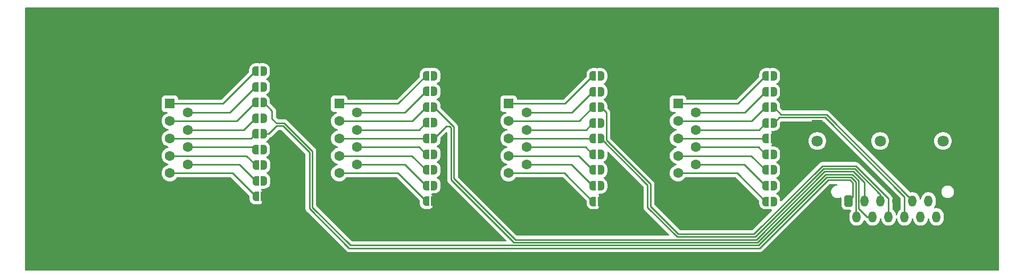
<source format=gtl>
G04 #@! TF.GenerationSoftware,KiCad,Pcbnew,8.0.8*
G04 #@! TF.CreationDate,2025-02-08T12:44:00+01:00*
G04 #@! TF.ProjectId,OverlordInterface,4f766572-6c6f-4726-9449-6e7465726661,rev?*
G04 #@! TF.SameCoordinates,Original*
G04 #@! TF.FileFunction,Copper,L1,Top*
G04 #@! TF.FilePolarity,Positive*
%FSLAX46Y46*%
G04 Gerber Fmt 4.6, Leading zero omitted, Abs format (unit mm)*
G04 Created by KiCad (PCBNEW 8.0.8) date 2025-02-08 12:44:00*
%MOMM*%
%LPD*%
G01*
G04 APERTURE LIST*
G04 Aperture macros list*
%AMRoundRect*
0 Rectangle with rounded corners*
0 $1 Rounding radius*
0 $2 $3 $4 $5 $6 $7 $8 $9 X,Y pos of 4 corners*
0 Add a 4 corners polygon primitive as box body*
4,1,4,$2,$3,$4,$5,$6,$7,$8,$9,$2,$3,0*
0 Add four circle primitives for the rounded corners*
1,1,$1+$1,$2,$3*
1,1,$1+$1,$4,$5*
1,1,$1+$1,$6,$7*
1,1,$1+$1,$8,$9*
0 Add four rect primitives between the rounded corners*
20,1,$1+$1,$2,$3,$4,$5,0*
20,1,$1+$1,$4,$5,$6,$7,0*
20,1,$1+$1,$6,$7,$8,$9,0*
20,1,$1+$1,$8,$9,$2,$3,0*%
%AMFreePoly0*
4,1,19,0.500000,-0.750000,0.000000,-0.750000,0.000000,-0.744911,-0.071157,-0.744911,-0.207708,-0.704816,-0.327430,-0.627875,-0.420627,-0.520320,-0.479746,-0.390866,-0.500000,-0.250000,-0.500000,0.250000,-0.479746,0.390866,-0.420627,0.520320,-0.327430,0.627875,-0.207708,0.704816,-0.071157,0.744911,0.000000,0.744911,0.000000,0.750000,0.500000,0.750000,0.500000,-0.750000,0.500000,-0.750000,
$1*%
%AMFreePoly1*
4,1,19,0.000000,0.744911,0.071157,0.744911,0.207708,0.704816,0.327430,0.627875,0.420627,0.520320,0.479746,0.390866,0.500000,0.250000,0.500000,-0.250000,0.479746,-0.390866,0.420627,-0.520320,0.327430,-0.627875,0.207708,-0.704816,0.071157,-0.744911,0.000000,-0.744911,0.000000,-0.750000,-0.500000,-0.750000,-0.500000,0.750000,0.000000,0.750000,0.000000,0.744911,0.000000,0.744911,
$1*%
G04 Aperture macros list end*
G04 #@! TA.AperFunction,SMDPad,CuDef*
%ADD10FreePoly0,180.000000*%
G04 #@! TD*
G04 #@! TA.AperFunction,SMDPad,CuDef*
%ADD11FreePoly1,180.000000*%
G04 #@! TD*
G04 #@! TA.AperFunction,ComponentPad*
%ADD12R,1.800000X1.800000*%
G04 #@! TD*
G04 #@! TA.AperFunction,ComponentPad*
%ADD13C,1.800000*%
G04 #@! TD*
G04 #@! TA.AperFunction,ComponentPad*
%ADD14C,4.000000*%
G04 #@! TD*
G04 #@! TA.AperFunction,ComponentPad*
%ADD15R,1.600000X1.600000*%
G04 #@! TD*
G04 #@! TA.AperFunction,ComponentPad*
%ADD16C,1.600000*%
G04 #@! TD*
G04 #@! TA.AperFunction,ComponentPad*
%ADD17RoundRect,0.250000X-0.400000X0.650000X-0.400000X-0.650000X0.400000X-0.650000X0.400000X0.650000X0*%
G04 #@! TD*
G04 #@! TA.AperFunction,ComponentPad*
%ADD18O,1.300000X1.800000*%
G04 #@! TD*
G04 #@! TA.AperFunction,ViaPad*
%ADD19C,0.800000*%
G04 #@! TD*
G04 #@! TA.AperFunction,Conductor*
%ADD20C,0.250000*%
G04 #@! TD*
G04 APERTURE END LIST*
D10*
X140849999Y-95705000D03*
D11*
X139550001Y-95705000D03*
D10*
X113699999Y-82468375D03*
D11*
X112400001Y-82468375D03*
D12*
X211830000Y-91055000D03*
D13*
X211830000Y-93595000D03*
D10*
X140849999Y-88205000D03*
D11*
X139550001Y-88205000D03*
D10*
X113699999Y-92468373D03*
D11*
X112400001Y-92468373D03*
D10*
X167399998Y-98240000D03*
D11*
X166100000Y-98240000D03*
D10*
X194899998Y-100740000D03*
D11*
X193600000Y-100740000D03*
D12*
X221830000Y-91055000D03*
D13*
X221830000Y-93595000D03*
D10*
X194899998Y-88240000D03*
D11*
X193600000Y-88240000D03*
D10*
X194899998Y-90740000D03*
D11*
X193600000Y-90740000D03*
D10*
X194899998Y-93240000D03*
D11*
X193600000Y-93240000D03*
D10*
X140849999Y-98205000D03*
D11*
X139550001Y-98205000D03*
D10*
X140849999Y-90705000D03*
D11*
X139550001Y-90705000D03*
D14*
X100190000Y-105695000D03*
X100190000Y-80695000D03*
D15*
X98770000Y-87655000D03*
D16*
X98770000Y-90425000D03*
X98770000Y-93195000D03*
X98770000Y-95965000D03*
X98770000Y-98735000D03*
X101610000Y-89040000D03*
X101610000Y-91810000D03*
X101610000Y-94580000D03*
X101610000Y-97350000D03*
D14*
X181080000Y-105695000D03*
X181080000Y-80695000D03*
D15*
X179660000Y-87655000D03*
D16*
X179660000Y-90425000D03*
X179660000Y-93195000D03*
X179660000Y-95965000D03*
X179660000Y-98735000D03*
X182500000Y-89040000D03*
X182500000Y-91810000D03*
X182500000Y-94580000D03*
X182500000Y-97350000D03*
D10*
X194899998Y-98240000D03*
D11*
X193600000Y-98240000D03*
D14*
X127153333Y-105695000D03*
X127153333Y-80695000D03*
D15*
X125733333Y-87655000D03*
D16*
X125733333Y-90425000D03*
X125733333Y-93195000D03*
X125733333Y-95965000D03*
X125733333Y-98735000D03*
X128573333Y-89040000D03*
X128573333Y-91810000D03*
X128573333Y-94580000D03*
X128573333Y-97350000D03*
D10*
X167399998Y-100740000D03*
D11*
X166100000Y-100740000D03*
D10*
X167399998Y-88240000D03*
D11*
X166100000Y-88240000D03*
D10*
X194899998Y-85740000D03*
D11*
X193600000Y-85740000D03*
D10*
X113699999Y-87468376D03*
D11*
X112400001Y-87468376D03*
D10*
X140849999Y-100705000D03*
D11*
X139550001Y-100705000D03*
D10*
X113699999Y-89968373D03*
D11*
X112400001Y-89968373D03*
D10*
X167399997Y-103240000D03*
D11*
X166099999Y-103240000D03*
D10*
X140849999Y-103205000D03*
D11*
X139550001Y-103205000D03*
D14*
X154116666Y-105695000D03*
X154116666Y-80695000D03*
D15*
X152696666Y-87655000D03*
D16*
X152696666Y-90425000D03*
X152696666Y-93195000D03*
X152696666Y-95965000D03*
X152696666Y-98735000D03*
X155536666Y-89040000D03*
X155536666Y-91810000D03*
X155536666Y-94580000D03*
X155536666Y-97350000D03*
D10*
X167399998Y-85740000D03*
D11*
X166100000Y-85740000D03*
D10*
X194899998Y-83240000D03*
D11*
X193600000Y-83240000D03*
D10*
X140849999Y-85705000D03*
D11*
X139550001Y-85705000D03*
D10*
X113750000Y-102468375D03*
D11*
X112450002Y-102468375D03*
D10*
X194899998Y-103240000D03*
D11*
X193600000Y-103240000D03*
D10*
X167399998Y-95740000D03*
D11*
X166100000Y-95740000D03*
D10*
X167399998Y-93240000D03*
D11*
X166100000Y-93240000D03*
D10*
X167399998Y-90740000D03*
D11*
X166100000Y-90740000D03*
D12*
X201830000Y-91055000D03*
D13*
X201830000Y-93595000D03*
D10*
X113750000Y-99968375D03*
D11*
X112450002Y-99968375D03*
D10*
X113749999Y-97468376D03*
D11*
X112450001Y-97468376D03*
D10*
X140849999Y-83205000D03*
D11*
X139550001Y-83205000D03*
D10*
X140849999Y-93205000D03*
D11*
X139550001Y-93205000D03*
D10*
X113699999Y-94968373D03*
D11*
X112400001Y-94968373D03*
D10*
X167399998Y-83240000D03*
D11*
X166100000Y-83240000D03*
D10*
X194899998Y-95740000D03*
D11*
X193600000Y-95740000D03*
D10*
X113699999Y-84968376D03*
D11*
X112400001Y-84968376D03*
D17*
X206820001Y-103190000D03*
D18*
X208090001Y-105730000D03*
X209360001Y-103190000D03*
X210630001Y-105730000D03*
X211900000Y-103190000D03*
X213170001Y-105730000D03*
X214440001Y-103190000D03*
X215710001Y-105730000D03*
X216980001Y-103190000D03*
X218250001Y-105730000D03*
X219520001Y-103190000D03*
X220790001Y-105730000D03*
D19*
X140430000Y-74310000D03*
X115030000Y-74310000D03*
X196310000Y-112410000D03*
X216630000Y-112410000D03*
X211550000Y-112410000D03*
X89630000Y-74310000D03*
X224250000Y-112410000D03*
X229330000Y-84470000D03*
X120110000Y-74310000D03*
X122650000Y-74310000D03*
X94710000Y-74310000D03*
X76930000Y-107330000D03*
X173450000Y-112410000D03*
X130270000Y-74310000D03*
X84550000Y-74310000D03*
X214090000Y-74310000D03*
X125190000Y-112410000D03*
X175990000Y-74310000D03*
X181070000Y-112410000D03*
X150590000Y-74310000D03*
X132810000Y-112410000D03*
X97250000Y-74310000D03*
X186150000Y-112410000D03*
X87090000Y-74310000D03*
X203930000Y-74310000D03*
X198850000Y-74310000D03*
X130270000Y-112410000D03*
X224250000Y-74310000D03*
X107410000Y-112410000D03*
X92170000Y-74310000D03*
X211550000Y-74310000D03*
X137890000Y-112410000D03*
X76930000Y-89550000D03*
X76930000Y-109870000D03*
X206470000Y-112410000D03*
X148050000Y-112410000D03*
X201390000Y-112410000D03*
X163290000Y-112410000D03*
X153130000Y-74310000D03*
X135350000Y-74310000D03*
X82010000Y-112410000D03*
X155670000Y-74310000D03*
X122650000Y-112410000D03*
X226790000Y-112410000D03*
X120110000Y-112410000D03*
X109950000Y-112410000D03*
X142970000Y-74310000D03*
X76930000Y-94630000D03*
X229330000Y-76850000D03*
X229330000Y-79390000D03*
X229330000Y-99710000D03*
X125190000Y-74310000D03*
X229330000Y-109870000D03*
X84550000Y-112410000D03*
X79470000Y-112410000D03*
X97250000Y-112410000D03*
X117570000Y-74310000D03*
X196310000Y-74310000D03*
X160750000Y-74310000D03*
X102330000Y-74310000D03*
X140430000Y-112410000D03*
X158210000Y-112410000D03*
X168370000Y-112410000D03*
X188690000Y-112410000D03*
X229330000Y-97170000D03*
X76930000Y-81930000D03*
X158210000Y-74310000D03*
X76930000Y-79390000D03*
X76930000Y-99710000D03*
X178530000Y-74310000D03*
X181070000Y-74310000D03*
X148050000Y-74310000D03*
X99790000Y-112410000D03*
X214090000Y-112410000D03*
X229330000Y-102250000D03*
X107410000Y-74310000D03*
X76930000Y-97170000D03*
X160750000Y-112410000D03*
X168370000Y-74310000D03*
X115030000Y-112410000D03*
X216630000Y-74310000D03*
X76930000Y-112410000D03*
X165830000Y-112410000D03*
X229330000Y-81930000D03*
X99790000Y-74310000D03*
X76930000Y-74310000D03*
X127730000Y-74310000D03*
X76930000Y-87010000D03*
X186150000Y-74310000D03*
X89630000Y-112410000D03*
X137890000Y-74310000D03*
X117570000Y-112410000D03*
X193770000Y-74310000D03*
X94710000Y-112410000D03*
X229330000Y-104790000D03*
X109950000Y-74310000D03*
X193770000Y-112410000D03*
X76930000Y-84470000D03*
X82010000Y-74310000D03*
X229330000Y-89550000D03*
X229330000Y-94630000D03*
X191230000Y-74310000D03*
X229330000Y-92090000D03*
X76930000Y-104790000D03*
X201390000Y-74310000D03*
X155670000Y-112410000D03*
X209010000Y-112410000D03*
X203930000Y-112410000D03*
X76930000Y-92090000D03*
X127730000Y-112410000D03*
X209010000Y-74310000D03*
X191230000Y-112410000D03*
X229330000Y-112410000D03*
X170910000Y-74310000D03*
X170910000Y-112410000D03*
X198850000Y-112410000D03*
X178530000Y-112410000D03*
X76930000Y-76850000D03*
X79470000Y-74310000D03*
X163290000Y-74310000D03*
X226790000Y-74310000D03*
X112490000Y-112410000D03*
X229330000Y-74310000D03*
X188690000Y-74310000D03*
X173450000Y-74310000D03*
X87090000Y-112410000D03*
X112490000Y-74310000D03*
X145510000Y-74310000D03*
X145510000Y-112410000D03*
X92170000Y-112410000D03*
X165830000Y-74310000D03*
X183610000Y-112410000D03*
X229330000Y-107330000D03*
X150590000Y-112410000D03*
X221710000Y-74310000D03*
X153130000Y-112410000D03*
X175990000Y-112410000D03*
X219170000Y-112410000D03*
X183610000Y-74310000D03*
X76930000Y-102250000D03*
X104870000Y-112410000D03*
X221710000Y-112410000D03*
X104870000Y-74310000D03*
X206470000Y-74310000D03*
X135350000Y-112410000D03*
X229330000Y-87010000D03*
X102330000Y-112410000D03*
X132810000Y-74310000D03*
X219170000Y-74310000D03*
X142970000Y-112410000D03*
D20*
X203290000Y-89380000D02*
X216980001Y-103070001D01*
X216980001Y-103070001D02*
X216980001Y-103190000D01*
X194899998Y-88240000D02*
X196039998Y-89380000D01*
X196039998Y-89380000D02*
X203290000Y-89380000D01*
X195809998Y-89830000D02*
X194899998Y-90740000D01*
X203055000Y-89830000D02*
X195809998Y-89830000D01*
X215710001Y-105730000D02*
X215710001Y-102485001D01*
X215710001Y-102485001D02*
X203055000Y-89830000D01*
X191936396Y-108890000D02*
X179500000Y-108890000D01*
X211900000Y-103190000D02*
X211900000Y-102176396D01*
X179500000Y-108890000D02*
X174800000Y-104190000D01*
X174800000Y-104190000D02*
X174800000Y-100640002D01*
X202786396Y-98040000D02*
X191936396Y-108890000D01*
X207763604Y-98040000D02*
X202786396Y-98040000D01*
X211900000Y-102176396D02*
X207763604Y-98040000D01*
X174800000Y-100640002D02*
X167399998Y-93240000D01*
X213170001Y-102810001D02*
X213170001Y-105730000D01*
X202600000Y-97590000D02*
X207950000Y-97590000D01*
X191750000Y-108440000D02*
X202600000Y-97590000D01*
X179686396Y-108440000D02*
X191750000Y-108440000D01*
X167399998Y-88240000D02*
X168235089Y-89075091D01*
X207950000Y-97590000D02*
X213170001Y-102810001D01*
X168235089Y-89075091D02*
X168235089Y-93438695D01*
X175250000Y-100453606D02*
X175250000Y-104003604D01*
X168235089Y-93438695D02*
X175250000Y-100453606D01*
X175250000Y-104003604D02*
X179686396Y-108440000D01*
X208385001Y-104396142D02*
X208385001Y-99934189D01*
X192309188Y-109790000D02*
X153563604Y-109790000D01*
X153563604Y-109790000D02*
X143550000Y-99776396D01*
X203159188Y-98940000D02*
X192309188Y-109790000D01*
X209718859Y-105730000D02*
X208385001Y-104396142D01*
X143550000Y-99776396D02*
X143550000Y-91541398D01*
X143249301Y-91240699D02*
X142814300Y-91240699D01*
X142814300Y-91240699D02*
X140849999Y-93205000D01*
X207390812Y-98940000D02*
X203159188Y-98940000D01*
X210630001Y-105730000D02*
X209718859Y-105730000D01*
X143550000Y-91541398D02*
X143249301Y-91240699D01*
X208385001Y-99934189D02*
X207390812Y-98940000D01*
X144000000Y-91355001D02*
X140849999Y-88205000D01*
X192122792Y-109340000D02*
X153750000Y-109340000D01*
X144000000Y-99590000D02*
X144000000Y-91355001D01*
X209360001Y-100272793D02*
X207577208Y-98490000D01*
X207577208Y-98490000D02*
X202972792Y-98490000D01*
X209360001Y-103190000D02*
X209360001Y-100272793D01*
X153750000Y-109340000D02*
X144000000Y-99590000D01*
X202972792Y-98490000D02*
X192122792Y-109340000D01*
X207935001Y-100125001D02*
X207200000Y-99390000D01*
X121450000Y-95218377D02*
X116971623Y-90740000D01*
X115050000Y-90040000D02*
X115050000Y-88818377D01*
X208090001Y-105730000D02*
X207935001Y-105575000D01*
X127500000Y-110240000D02*
X121450000Y-104190000D01*
X121450000Y-104190000D02*
X121450000Y-95218377D01*
X203345584Y-99390000D02*
X192495584Y-110240000D01*
X116971623Y-90740000D02*
X115750000Y-90740000D01*
X115050000Y-90040000D02*
X115750000Y-90740000D01*
X192495584Y-110240000D02*
X127500000Y-110240000D01*
X207200000Y-99390000D02*
X203345584Y-99390000D01*
X207935001Y-105575000D02*
X207935001Y-100125001D01*
X115050000Y-88818377D02*
X113699999Y-87468376D01*
X113699999Y-92468373D02*
X114521627Y-92468373D01*
X207000000Y-99840000D02*
X207485001Y-100325001D01*
X127313604Y-110690000D02*
X192681980Y-110690000D01*
X207485001Y-100325001D02*
X207485001Y-102525000D01*
X192681980Y-110690000D02*
X203531980Y-99840000D01*
X114521627Y-92468373D02*
X115800000Y-91190000D01*
X116785227Y-91190000D02*
X121000000Y-95404773D01*
X121000000Y-104376396D02*
X127313604Y-110690000D01*
X115800000Y-91190000D02*
X116785227Y-91190000D01*
X203531980Y-99840000D02*
X207000000Y-99840000D01*
X207485001Y-102525000D02*
X206820001Y-103190000D01*
X121000000Y-95404773D02*
X121000000Y-104376396D01*
X192530000Y-91810000D02*
X193600000Y-90740000D01*
X182500000Y-91810000D02*
X192530000Y-91810000D01*
X191415000Y-90425000D02*
X193600000Y-88240000D01*
X179660000Y-90425000D02*
X191415000Y-90425000D01*
X179705000Y-93240000D02*
X179660000Y-93195000D01*
X193600000Y-93240000D02*
X179705000Y-93240000D01*
X182500000Y-89040000D02*
X190300000Y-89040000D01*
X190300000Y-89040000D02*
X193600000Y-85740000D01*
X191325000Y-95965000D02*
X193600000Y-98240000D01*
X179660000Y-95965000D02*
X191325000Y-95965000D01*
X192440000Y-94580000D02*
X182500000Y-94580000D01*
X193600000Y-95740000D02*
X192440000Y-94580000D01*
X179660000Y-98735000D02*
X189095000Y-98735000D01*
X189095000Y-98735000D02*
X193600000Y-103240000D01*
X182500000Y-97350000D02*
X190210000Y-97350000D01*
X190210000Y-97350000D02*
X193600000Y-100740000D01*
X189185000Y-87655000D02*
X193600000Y-83240000D01*
X179660000Y-87655000D02*
X189185000Y-87655000D01*
X165030000Y-91810000D02*
X166100000Y-90740000D01*
X155536666Y-91810000D02*
X165030000Y-91810000D01*
X152696666Y-87655000D02*
X161685000Y-87655000D01*
X161685000Y-87655000D02*
X166100000Y-83240000D01*
X155536666Y-94580000D02*
X164940000Y-94580000D01*
X164940000Y-94580000D02*
X166100000Y-95740000D01*
X163825000Y-95965000D02*
X166100000Y-98240000D01*
X152696666Y-95965000D02*
X163825000Y-95965000D01*
X162710000Y-97350000D02*
X166100000Y-100740000D01*
X155536666Y-97350000D02*
X162710000Y-97350000D01*
X155536666Y-89040000D02*
X162800000Y-89040000D01*
X162800000Y-89040000D02*
X166100000Y-85740000D01*
X163915000Y-90425000D02*
X166100000Y-88240000D01*
X152696666Y-90425000D02*
X163915000Y-90425000D01*
X152741666Y-93240000D02*
X152696666Y-93195000D01*
X166100000Y-93240000D02*
X152741666Y-93240000D01*
X125743333Y-93205000D02*
X125733333Y-93195000D01*
X139550001Y-93205000D02*
X125743333Y-93205000D01*
X138425001Y-94580000D02*
X139550001Y-95705000D01*
X128573333Y-94580000D02*
X138425001Y-94580000D01*
X138445001Y-91810000D02*
X139550001Y-90705000D01*
X128573333Y-91810000D02*
X138445001Y-91810000D01*
X136195001Y-97350000D02*
X139550001Y-100705000D01*
X128573333Y-97350000D02*
X136195001Y-97350000D01*
X125733333Y-95965000D02*
X137310001Y-95965000D01*
X137310001Y-95965000D02*
X139550001Y-98205000D01*
X136215001Y-89040000D02*
X139550001Y-85705000D01*
X128573333Y-89040000D02*
X136215001Y-89040000D01*
X135100001Y-87655000D02*
X139550001Y-83205000D01*
X125733333Y-87655000D02*
X135100001Y-87655000D01*
X125733333Y-98735000D02*
X135080001Y-98735000D01*
X135080001Y-98735000D02*
X139550001Y-103205000D01*
X137330001Y-90425000D02*
X139550001Y-88205000D01*
X125733333Y-90425000D02*
X137330001Y-90425000D01*
X109443377Y-90425000D02*
X112400001Y-87468376D01*
X98770000Y-90425000D02*
X109443377Y-90425000D01*
X101610000Y-97350000D02*
X109831627Y-97350000D01*
X109831627Y-97350000D02*
X112450002Y-99968375D01*
X101610000Y-89040000D02*
X108328377Y-89040000D01*
X108328377Y-89040000D02*
X112400001Y-84968376D01*
X110558374Y-91810000D02*
X112400001Y-89968373D01*
X101610000Y-91810000D02*
X110558374Y-91810000D01*
X98770000Y-98735000D02*
X108716627Y-98735000D01*
X108716627Y-98735000D02*
X112450002Y-102468375D01*
X98770000Y-87655000D02*
X107213376Y-87655000D01*
X107213376Y-87655000D02*
X112400001Y-82468375D01*
X111673374Y-93195000D02*
X98770000Y-93195000D01*
X112400001Y-92468373D02*
X111673374Y-93195000D01*
X112011628Y-94580000D02*
X112400001Y-94968373D01*
X101610000Y-94580000D02*
X112011628Y-94580000D01*
X98770000Y-95965000D02*
X110946625Y-95965000D01*
X110946625Y-95965000D02*
X112450001Y-97468376D01*
X152696666Y-98735000D02*
X161594999Y-98735000D01*
X161594999Y-98735000D02*
X166099999Y-103240000D01*
G04 #@! TA.AperFunction,Conductor*
G36*
X202811587Y-90475185D02*
G01*
X202832229Y-90491819D01*
X215048182Y-102707772D01*
X215081667Y-102769095D01*
X215084501Y-102795453D01*
X215084501Y-104449174D01*
X215064816Y-104516213D01*
X215033388Y-104549490D01*
X214991397Y-104579999D01*
X214960497Y-104602449D01*
X214832446Y-104730500D01*
X214832442Y-104730505D01*
X214726007Y-104877002D01*
X214643789Y-105038360D01*
X214643788Y-105038363D01*
X214587830Y-105210589D01*
X214562474Y-105370678D01*
X214532545Y-105433813D01*
X214473233Y-105470744D01*
X214403370Y-105469746D01*
X214345138Y-105431136D01*
X214317528Y-105370678D01*
X214303741Y-105283639D01*
X214292172Y-105210591D01*
X214236212Y-105038361D01*
X214236212Y-105038360D01*
X214207741Y-104982484D01*
X214153997Y-104877006D01*
X214110044Y-104816509D01*
X214047559Y-104730505D01*
X214047555Y-104730500D01*
X213919504Y-104602449D01*
X213919502Y-104602447D01*
X213846614Y-104549490D01*
X213803950Y-104494162D01*
X213795501Y-104449174D01*
X213795501Y-102748395D01*
X213794645Y-102744091D01*
X213787963Y-102710500D01*
X213776094Y-102650827D01*
X213771464Y-102627549D01*
X213724312Y-102513715D01*
X213724311Y-102513714D01*
X213724308Y-102513708D01*
X213655859Y-102411268D01*
X213655856Y-102411264D01*
X213565638Y-102321046D01*
X213565607Y-102321017D01*
X208440198Y-97195608D01*
X208440178Y-97195586D01*
X208348736Y-97104144D01*
X208348732Y-97104141D01*
X208279924Y-97058165D01*
X208260945Y-97045483D01*
X208246287Y-97035688D01*
X208213341Y-97022042D01*
X208149262Y-96995500D01*
X208149259Y-96995498D01*
X208149258Y-96995498D01*
X208132455Y-96988538D01*
X208132453Y-96988537D01*
X208132452Y-96988537D01*
X208072029Y-96976518D01*
X208064518Y-96975024D01*
X208011610Y-96964500D01*
X208011607Y-96964500D01*
X208011606Y-96964500D01*
X202661607Y-96964500D01*
X202538393Y-96964500D01*
X202538389Y-96964500D01*
X202485482Y-96975024D01*
X202477971Y-96976518D01*
X202417548Y-96988537D01*
X202417546Y-96988537D01*
X202417545Y-96988538D01*
X202417543Y-96988538D01*
X202400737Y-96995500D01*
X202303718Y-97035685D01*
X202303715Y-97035687D01*
X202289055Y-97045483D01*
X202270076Y-97058165D01*
X202201268Y-97104140D01*
X202158974Y-97146435D01*
X202114142Y-97191267D01*
X196117179Y-103188230D01*
X196055856Y-103221715D01*
X195986164Y-103216731D01*
X195930231Y-103174859D01*
X195905814Y-103109395D01*
X195905498Y-103100549D01*
X195905498Y-102974426D01*
X195905495Y-102974399D01*
X195905495Y-102918060D01*
X195901623Y-102891133D01*
X195885033Y-102775744D01*
X195885033Y-102775743D01*
X195844496Y-102637691D01*
X195839867Y-102627555D01*
X195784774Y-102506918D01*
X195784771Y-102506914D01*
X195784768Y-102506906D01*
X195706984Y-102385870D01*
X195706983Y-102385869D01*
X195706982Y-102385867D01*
X195706979Y-102385863D01*
X195612845Y-102277226D01*
X195612828Y-102277207D01*
X195612827Y-102277206D01*
X195504089Y-102182985D01*
X195455158Y-102151539D01*
X195383140Y-102105255D01*
X195383132Y-102105251D01*
X195377755Y-102102796D01*
X195324949Y-102057042D01*
X195305263Y-101990003D01*
X195324946Y-101922963D01*
X195377748Y-101877207D01*
X195377755Y-101877204D01*
X195378585Y-101876825D01*
X195383135Y-101874747D01*
X195384628Y-101873788D01*
X195456286Y-101827736D01*
X195498475Y-101800622D01*
X195499913Y-101799804D01*
X195504096Y-101797011D01*
X195594845Y-101718375D01*
X195612830Y-101702791D01*
X195706984Y-101594130D01*
X195784768Y-101473094D01*
X195841740Y-101348342D01*
X195843984Y-101344053D01*
X195844496Y-101342308D01*
X195844497Y-101342308D01*
X195885033Y-101204256D01*
X195886016Y-101197424D01*
X195889485Y-101173289D01*
X195905495Y-101061941D01*
X195905495Y-101005601D01*
X195905498Y-101005590D01*
X195905498Y-100474426D01*
X195905495Y-100474399D01*
X195905495Y-100418060D01*
X195905495Y-100418059D01*
X195885033Y-100275744D01*
X195885033Y-100275743D01*
X195844496Y-100137691D01*
X195814809Y-100072685D01*
X195784774Y-100006918D01*
X195784771Y-100006914D01*
X195784768Y-100006906D01*
X195706984Y-99885870D01*
X195706983Y-99885869D01*
X195706982Y-99885867D01*
X195706979Y-99885863D01*
X195612845Y-99777226D01*
X195612828Y-99777207D01*
X195612827Y-99777206D01*
X195504089Y-99682985D01*
X195449625Y-99647983D01*
X195383140Y-99605255D01*
X195383132Y-99605251D01*
X195377755Y-99602796D01*
X195324949Y-99557042D01*
X195305263Y-99490003D01*
X195324946Y-99422963D01*
X195377748Y-99377207D01*
X195377755Y-99377204D01*
X195378583Y-99376826D01*
X195383135Y-99374747D01*
X195390908Y-99369752D01*
X195498473Y-99300624D01*
X195499913Y-99299804D01*
X195504096Y-99297011D01*
X195575336Y-99235280D01*
X195612830Y-99202791D01*
X195706984Y-99094130D01*
X195784768Y-98973094D01*
X195841740Y-98848342D01*
X195843984Y-98844053D01*
X195844496Y-98842308D01*
X195844497Y-98842308D01*
X195885033Y-98704256D01*
X195905495Y-98561941D01*
X195905495Y-98505601D01*
X195905498Y-98505590D01*
X195905498Y-97974426D01*
X195905495Y-97974399D01*
X195905495Y-97918060D01*
X195885033Y-97775744D01*
X195885032Y-97775739D01*
X195857686Y-97682612D01*
X195844496Y-97637691D01*
X195816641Y-97576697D01*
X195784774Y-97506918D01*
X195784771Y-97506914D01*
X195784768Y-97506906D01*
X195706984Y-97385870D01*
X195706983Y-97385869D01*
X195706982Y-97385867D01*
X195706979Y-97385863D01*
X195612845Y-97277226D01*
X195612828Y-97277207D01*
X195612827Y-97277206D01*
X195504089Y-97182985D01*
X195449625Y-97147983D01*
X195383140Y-97105255D01*
X195383132Y-97105251D01*
X195377755Y-97102796D01*
X195324949Y-97057042D01*
X195305263Y-96990003D01*
X195324946Y-96922963D01*
X195377748Y-96877207D01*
X195377755Y-96877204D01*
X195378583Y-96876826D01*
X195383135Y-96874747D01*
X195396642Y-96866067D01*
X195472053Y-96817603D01*
X195498475Y-96800622D01*
X195499913Y-96799804D01*
X195504096Y-96797011D01*
X195575320Y-96735294D01*
X195612830Y-96702791D01*
X195706984Y-96594130D01*
X195784768Y-96473094D01*
X195841740Y-96348342D01*
X195843984Y-96344053D01*
X195844496Y-96342308D01*
X195844497Y-96342308D01*
X195885033Y-96204256D01*
X195886840Y-96191692D01*
X195889485Y-96173289D01*
X195905495Y-96061941D01*
X195905495Y-96005601D01*
X195905498Y-96005590D01*
X195905498Y-95474426D01*
X195905495Y-95474399D01*
X195905495Y-95418060D01*
X195891369Y-95319815D01*
X195885033Y-95275744D01*
X195885033Y-95275743D01*
X195844496Y-95137691D01*
X195844494Y-95137686D01*
X195784774Y-95006918D01*
X195784771Y-95006914D01*
X195784768Y-95006906D01*
X195706984Y-94885870D01*
X195706983Y-94885869D01*
X195706982Y-94885867D01*
X195706979Y-94885863D01*
X195612845Y-94777226D01*
X195612828Y-94777207D01*
X195612827Y-94777206D01*
X195504089Y-94682985D01*
X195449625Y-94647983D01*
X195383140Y-94605255D01*
X195383134Y-94605252D01*
X195306491Y-94570251D01*
X195252257Y-94545483D01*
X195165728Y-94520076D01*
X195114306Y-94504977D01*
X195114294Y-94504974D01*
X194971887Y-94484500D01*
X194605100Y-94484500D01*
X194538061Y-94464815D01*
X194492306Y-94412011D01*
X194482362Y-94342853D01*
X194511387Y-94279297D01*
X194525254Y-94263294D01*
X194584528Y-94133502D01*
X194585023Y-94132419D01*
X194585024Y-94132414D01*
X194605500Y-93990000D01*
X194605500Y-93594993D01*
X200424700Y-93594993D01*
X200424700Y-93595006D01*
X200443864Y-93826297D01*
X200443866Y-93826308D01*
X200500842Y-94051300D01*
X200594075Y-94263848D01*
X200721016Y-94458147D01*
X200721019Y-94458151D01*
X200721021Y-94458153D01*
X200878216Y-94628913D01*
X200878219Y-94628915D01*
X200878222Y-94628918D01*
X201061365Y-94771464D01*
X201061371Y-94771468D01*
X201061374Y-94771470D01*
X201265497Y-94881936D01*
X201379487Y-94921068D01*
X201485015Y-94957297D01*
X201485017Y-94957297D01*
X201485019Y-94957298D01*
X201713951Y-94995500D01*
X201713952Y-94995500D01*
X201946048Y-94995500D01*
X201946049Y-94995500D01*
X202174981Y-94957298D01*
X202394503Y-94881936D01*
X202598626Y-94771470D01*
X202648671Y-94732519D01*
X202686855Y-94702799D01*
X202781784Y-94628913D01*
X202938979Y-94458153D01*
X203065924Y-94263849D01*
X203159157Y-94051300D01*
X203216134Y-93826305D01*
X203218607Y-93796463D01*
X203235300Y-93595006D01*
X203235300Y-93594993D01*
X203216135Y-93363702D01*
X203216133Y-93363691D01*
X203159157Y-93138699D01*
X203065924Y-92926151D01*
X202938983Y-92731852D01*
X202938980Y-92731849D01*
X202938979Y-92731847D01*
X202781784Y-92561087D01*
X202781779Y-92561083D01*
X202781777Y-92561081D01*
X202598634Y-92418535D01*
X202598628Y-92418531D01*
X202394504Y-92308064D01*
X202394495Y-92308061D01*
X202174984Y-92232702D01*
X201989016Y-92201670D01*
X201946049Y-92194500D01*
X201713951Y-92194500D01*
X201670984Y-92201670D01*
X201485015Y-92232702D01*
X201265504Y-92308061D01*
X201265495Y-92308064D01*
X201061371Y-92418531D01*
X201061365Y-92418535D01*
X200878222Y-92561081D01*
X200878219Y-92561084D01*
X200878216Y-92561086D01*
X200878216Y-92561087D01*
X200861266Y-92579500D01*
X200721016Y-92731852D01*
X200594075Y-92926151D01*
X200500842Y-93138699D01*
X200443866Y-93363691D01*
X200443864Y-93363702D01*
X200424700Y-93594993D01*
X194605500Y-93594993D01*
X194605500Y-93525763D01*
X194605500Y-92490000D01*
X194600355Y-92418060D01*
X194559819Y-92280008D01*
X194559815Y-92280001D01*
X194499751Y-92186539D01*
X194480066Y-92119500D01*
X194499751Y-92052460D01*
X194552555Y-92006706D01*
X194604066Y-91995500D01*
X194971884Y-91995500D01*
X194971887Y-91995500D01*
X195114302Y-91975024D01*
X195252257Y-91934517D01*
X195383135Y-91874747D01*
X195407931Y-91858812D01*
X195470916Y-91818334D01*
X195498475Y-91800622D01*
X195499913Y-91799804D01*
X195504096Y-91797011D01*
X195580889Y-91730468D01*
X195612830Y-91702791D01*
X195706984Y-91594130D01*
X195784768Y-91473094D01*
X195841740Y-91348342D01*
X195843984Y-91344053D01*
X195844496Y-91342308D01*
X195844497Y-91342308D01*
X195885033Y-91204256D01*
X195905495Y-91061941D01*
X195905495Y-91005601D01*
X195905498Y-91005590D01*
X195905498Y-90670453D01*
X195925183Y-90603414D01*
X195941817Y-90582771D01*
X196032771Y-90491818D01*
X196094095Y-90458334D01*
X196120452Y-90455500D01*
X202744548Y-90455500D01*
X202811587Y-90475185D01*
G37*
G04 #@! TD.AperFunction*
G04 #@! TA.AperFunction,Conductor*
G36*
X230673098Y-72309685D02*
G01*
X230718853Y-72362489D01*
X230730059Y-72413941D01*
X230749940Y-114165932D01*
X230730287Y-114232981D01*
X230677505Y-114278761D01*
X230625932Y-114289991D01*
X75873992Y-114280007D01*
X75806954Y-114260318D01*
X75761202Y-114207511D01*
X75750000Y-114156007D01*
X75750000Y-90424998D01*
X97464532Y-90424998D01*
X97464532Y-90425001D01*
X97484364Y-90651686D01*
X97484366Y-90651697D01*
X97543258Y-90871488D01*
X97543261Y-90871497D01*
X97639431Y-91077732D01*
X97639432Y-91077734D01*
X97769954Y-91264141D01*
X97930858Y-91425045D01*
X97930861Y-91425047D01*
X98117266Y-91555568D01*
X98323504Y-91651739D01*
X98323509Y-91651740D01*
X98323511Y-91651741D01*
X98467136Y-91690225D01*
X98526797Y-91726590D01*
X98557326Y-91789437D01*
X98549031Y-91858812D01*
X98504546Y-91912690D01*
X98467136Y-91929775D01*
X98323511Y-91968258D01*
X98323502Y-91968261D01*
X98117267Y-92064431D01*
X98117265Y-92064432D01*
X97930858Y-92194954D01*
X97769954Y-92355858D01*
X97639432Y-92542265D01*
X97639431Y-92542267D01*
X97543261Y-92748502D01*
X97543258Y-92748511D01*
X97484366Y-92968302D01*
X97484364Y-92968313D01*
X97464532Y-93194998D01*
X97464532Y-93195001D01*
X97484364Y-93421686D01*
X97484366Y-93421697D01*
X97543258Y-93641488D01*
X97543261Y-93641497D01*
X97639431Y-93847732D01*
X97639432Y-93847734D01*
X97769954Y-94034141D01*
X97930858Y-94195045D01*
X97930861Y-94195047D01*
X98117266Y-94325568D01*
X98323504Y-94421739D01*
X98323509Y-94421740D01*
X98323511Y-94421741D01*
X98467136Y-94460225D01*
X98526797Y-94496590D01*
X98557326Y-94559437D01*
X98549031Y-94628812D01*
X98504546Y-94682690D01*
X98467136Y-94699775D01*
X98323511Y-94738258D01*
X98323502Y-94738261D01*
X98117267Y-94834431D01*
X98117265Y-94834432D01*
X97930858Y-94964954D01*
X97769954Y-95125858D01*
X97639432Y-95312265D01*
X97639431Y-95312267D01*
X97543261Y-95518502D01*
X97543258Y-95518511D01*
X97484366Y-95738302D01*
X97484364Y-95738313D01*
X97464532Y-95964998D01*
X97464532Y-95965001D01*
X97484364Y-96191686D01*
X97484366Y-96191697D01*
X97543258Y-96411488D01*
X97543261Y-96411497D01*
X97639431Y-96617732D01*
X97639432Y-96617734D01*
X97769954Y-96804141D01*
X97930858Y-96965045D01*
X97964410Y-96988538D01*
X98117266Y-97095568D01*
X98323504Y-97191739D01*
X98323509Y-97191740D01*
X98323511Y-97191741D01*
X98467136Y-97230225D01*
X98526797Y-97266590D01*
X98557326Y-97329437D01*
X98549031Y-97398812D01*
X98504546Y-97452690D01*
X98467136Y-97469775D01*
X98323511Y-97508258D01*
X98323502Y-97508261D01*
X98117267Y-97604431D01*
X98117265Y-97604432D01*
X97930858Y-97734954D01*
X97769954Y-97895858D01*
X97639432Y-98082265D01*
X97639431Y-98082267D01*
X97543261Y-98288502D01*
X97543258Y-98288511D01*
X97484366Y-98508302D01*
X97484364Y-98508313D01*
X97464532Y-98734998D01*
X97464532Y-98735001D01*
X97484364Y-98961686D01*
X97484366Y-98961697D01*
X97543258Y-99181488D01*
X97543261Y-99181497D01*
X97639431Y-99387732D01*
X97639432Y-99387734D01*
X97769954Y-99574141D01*
X97930858Y-99735045D01*
X97930861Y-99735047D01*
X98117266Y-99865568D01*
X98323504Y-99961739D01*
X98323509Y-99961740D01*
X98323511Y-99961741D01*
X98345919Y-99967745D01*
X98543308Y-100020635D01*
X98705230Y-100034801D01*
X98769998Y-100040468D01*
X98770000Y-100040468D01*
X98770002Y-100040468D01*
X98826673Y-100035509D01*
X98996692Y-100020635D01*
X99216496Y-99961739D01*
X99422734Y-99865568D01*
X99609139Y-99735047D01*
X99770047Y-99574139D01*
X99854761Y-99453154D01*
X99882613Y-99413377D01*
X99937189Y-99369752D01*
X99984188Y-99360500D01*
X108406175Y-99360500D01*
X108473214Y-99380185D01*
X108493856Y-99396819D01*
X111408183Y-102311146D01*
X111441668Y-102372469D01*
X111444502Y-102398827D01*
X111444502Y-102733948D01*
X111444505Y-102733976D01*
X111444505Y-102790316D01*
X111459001Y-102891136D01*
X111463705Y-102923853D01*
X111463705Y-102923856D01*
X111464966Y-102932630D01*
X111505505Y-103070688D01*
X111565225Y-103201456D01*
X111565229Y-103201462D01*
X111565232Y-103201469D01*
X111625751Y-103295639D01*
X111643017Y-103322507D01*
X111643020Y-103322511D01*
X111737154Y-103431148D01*
X111737170Y-103431166D01*
X111737173Y-103431169D01*
X111845911Y-103525390D01*
X111902783Y-103561939D01*
X111966859Y-103603119D01*
X111966865Y-103603122D01*
X112097743Y-103662892D01*
X112235698Y-103703399D01*
X112378113Y-103723875D01*
X112378116Y-103723875D01*
X112950002Y-103723875D01*
X113021942Y-103718730D01*
X113159994Y-103678194D01*
X113281034Y-103600406D01*
X113375256Y-103491669D01*
X113435026Y-103360791D01*
X113455502Y-103218375D01*
X113455502Y-102754138D01*
X113455502Y-101718375D01*
X113450357Y-101646435D01*
X113409821Y-101508383D01*
X113409817Y-101508376D01*
X113349753Y-101414914D01*
X113330068Y-101347875D01*
X113349753Y-101280835D01*
X113402557Y-101235081D01*
X113454068Y-101223875D01*
X113821886Y-101223875D01*
X113821889Y-101223875D01*
X113964304Y-101203399D01*
X114102259Y-101162892D01*
X114233137Y-101103122D01*
X114348477Y-101028997D01*
X114349915Y-101028179D01*
X114354098Y-101025386D01*
X114417322Y-100970601D01*
X114462832Y-100931166D01*
X114556986Y-100822505D01*
X114634770Y-100701469D01*
X114691742Y-100576717D01*
X114693986Y-100572428D01*
X114694498Y-100570683D01*
X114694499Y-100570683D01*
X114735035Y-100432631D01*
X114755497Y-100290316D01*
X114755497Y-100233976D01*
X114755500Y-100233965D01*
X114755500Y-99702801D01*
X114755497Y-99702774D01*
X114755497Y-99646435D01*
X114735035Y-99504119D01*
X114735034Y-99504114D01*
X114716215Y-99440024D01*
X114694498Y-99366066D01*
X114683601Y-99342204D01*
X114634776Y-99235293D01*
X114634773Y-99235289D01*
X114634770Y-99235281D01*
X114556986Y-99114245D01*
X114556985Y-99114244D01*
X114556984Y-99114242D01*
X114556981Y-99114238D01*
X114462847Y-99005601D01*
X114462830Y-99005582D01*
X114462829Y-99005581D01*
X114354091Y-98911360D01*
X114318858Y-98888717D01*
X114233142Y-98833630D01*
X114233135Y-98833626D01*
X114227753Y-98831169D01*
X114174950Y-98785413D01*
X114155266Y-98718373D01*
X114174951Y-98651334D01*
X114227756Y-98605580D01*
X114227759Y-98605579D01*
X114233128Y-98603127D01*
X114233132Y-98603124D01*
X114233136Y-98603123D01*
X114348476Y-98528998D01*
X114349914Y-98528180D01*
X114354097Y-98525387D01*
X114436208Y-98454236D01*
X114462831Y-98431167D01*
X114556985Y-98322506D01*
X114634769Y-98201470D01*
X114691741Y-98076718D01*
X114693985Y-98072429D01*
X114694497Y-98070684D01*
X114694498Y-98070684D01*
X114735034Y-97932632D01*
X114755496Y-97790317D01*
X114755496Y-97733977D01*
X114755499Y-97733966D01*
X114755499Y-97202802D01*
X114755496Y-97202775D01*
X114755496Y-97146436D01*
X114752171Y-97123313D01*
X114735034Y-97004120D01*
X114735034Y-97004119D01*
X114732503Y-96995501D01*
X114714459Y-96934049D01*
X114694497Y-96866067D01*
X114693618Y-96864142D01*
X114634775Y-96735294D01*
X114634772Y-96735290D01*
X114634769Y-96735282D01*
X114556985Y-96614246D01*
X114556984Y-96614245D01*
X114556983Y-96614243D01*
X114556980Y-96614239D01*
X114462846Y-96505602D01*
X114462829Y-96505583D01*
X114462828Y-96505582D01*
X114354090Y-96411361D01*
X114318857Y-96388718D01*
X114233141Y-96333631D01*
X114233135Y-96333628D01*
X114200796Y-96318860D01*
X114147992Y-96273105D01*
X114128307Y-96206065D01*
X114147991Y-96139026D01*
X114185265Y-96101751D01*
X114298482Y-96028991D01*
X114299918Y-96028174D01*
X114304097Y-96025384D01*
X114353016Y-95982993D01*
X114412831Y-95931164D01*
X114506985Y-95822503D01*
X114584769Y-95701467D01*
X114641741Y-95576715D01*
X114643985Y-95572426D01*
X114644497Y-95570681D01*
X114644498Y-95570681D01*
X114685034Y-95432629D01*
X114705496Y-95290314D01*
X114705496Y-95233974D01*
X114705499Y-95233963D01*
X114705499Y-94702799D01*
X114705496Y-94702772D01*
X114705496Y-94646433D01*
X114705496Y-94646432D01*
X114686016Y-94510950D01*
X114685034Y-94504117D01*
X114682824Y-94496590D01*
X114644497Y-94366064D01*
X114638674Y-94353313D01*
X114584775Y-94235291D01*
X114584772Y-94235287D01*
X114584769Y-94235279D01*
X114506985Y-94114243D01*
X114506984Y-94114242D01*
X114506983Y-94114240D01*
X114506980Y-94114236D01*
X114412846Y-94005599D01*
X114412829Y-94005580D01*
X114412828Y-94005579D01*
X114304090Y-93911358D01*
X114263364Y-93885185D01*
X114183141Y-93833628D01*
X114183133Y-93833624D01*
X114177756Y-93831169D01*
X114124950Y-93785415D01*
X114105264Y-93718376D01*
X114124947Y-93651336D01*
X114177749Y-93605580D01*
X114177756Y-93605577D01*
X114178226Y-93605362D01*
X114183136Y-93603120D01*
X114298476Y-93528995D01*
X114299914Y-93528177D01*
X114304097Y-93525384D01*
X114353016Y-93482993D01*
X114412831Y-93431164D01*
X114506985Y-93322503D01*
X114584769Y-93201467D01*
X114612605Y-93140512D01*
X114658360Y-93087709D01*
X114701208Y-93070406D01*
X114704079Y-93069836D01*
X114737419Y-93056025D01*
X114817913Y-93022685D01*
X114869136Y-92988457D01*
X114920360Y-92954231D01*
X115007485Y-92867106D01*
X115007485Y-92867104D01*
X115017693Y-92856897D01*
X115017694Y-92856894D01*
X116022772Y-91851819D01*
X116084095Y-91818334D01*
X116110453Y-91815500D01*
X116474775Y-91815500D01*
X116541814Y-91835185D01*
X116562456Y-91851819D01*
X120338181Y-95627544D01*
X120371666Y-95688867D01*
X120374500Y-95715225D01*
X120374500Y-104438003D01*
X120378427Y-104457744D01*
X120378427Y-104457748D01*
X120398535Y-104558841D01*
X120398537Y-104558848D01*
X120406714Y-104578589D01*
X120406715Y-104578593D01*
X120406716Y-104578593D01*
X120445688Y-104672682D01*
X120445690Y-104672684D01*
X120445690Y-104672685D01*
X120479914Y-104723903D01*
X120479915Y-104723905D01*
X120514140Y-104775127D01*
X120514141Y-104775128D01*
X120514142Y-104775129D01*
X120601267Y-104862254D01*
X120601268Y-104862254D01*
X120608335Y-104869321D01*
X120608334Y-104869321D01*
X120608338Y-104869324D01*
X126914866Y-111175854D01*
X126914869Y-111175857D01*
X126966094Y-111210084D01*
X127017318Y-111244311D01*
X127131152Y-111291463D01*
X127251992Y-111315499D01*
X127251996Y-111315500D01*
X127251997Y-111315500D01*
X192743587Y-111315500D01*
X192804009Y-111303481D01*
X192864432Y-111291463D01*
X192864435Y-111291461D01*
X192864438Y-111291461D01*
X192897767Y-111277654D01*
X192897766Y-111277654D01*
X192897772Y-111277652D01*
X192978266Y-111244312D01*
X193029489Y-111210084D01*
X193080713Y-111175858D01*
X193167838Y-111088733D01*
X193167839Y-111088731D01*
X193174905Y-111081665D01*
X193174907Y-111081661D01*
X203754751Y-100501819D01*
X203816074Y-100468334D01*
X203842432Y-100465500D01*
X204889137Y-100465500D01*
X204956176Y-100485185D01*
X205001931Y-100537989D01*
X205011875Y-100607147D01*
X204982850Y-100670703D01*
X204924072Y-100708477D01*
X204913328Y-100711117D01*
X204728173Y-100747947D01*
X204728161Y-100747950D01*
X204546093Y-100823364D01*
X204546080Y-100823371D01*
X204382219Y-100932860D01*
X204382215Y-100932863D01*
X204242864Y-101072214D01*
X204242861Y-101072218D01*
X204133372Y-101236079D01*
X204133365Y-101236092D01*
X204057951Y-101418160D01*
X204057948Y-101418170D01*
X204019501Y-101611456D01*
X204019501Y-101611459D01*
X204019501Y-101808541D01*
X204019501Y-101808543D01*
X204019500Y-101808543D01*
X204057948Y-102001829D01*
X204057951Y-102001839D01*
X204133365Y-102183907D01*
X204133372Y-102183920D01*
X204242861Y-102347781D01*
X204242864Y-102347785D01*
X204382215Y-102487136D01*
X204382219Y-102487139D01*
X204546080Y-102596628D01*
X204546093Y-102596635D01*
X204676926Y-102650827D01*
X204728166Y-102672051D01*
X204728170Y-102672051D01*
X204728171Y-102672052D01*
X204921457Y-102710500D01*
X204921460Y-102710500D01*
X205118544Y-102710500D01*
X205277831Y-102678815D01*
X205311836Y-102672051D01*
X205419274Y-102627549D01*
X205498049Y-102594920D01*
X205567518Y-102587451D01*
X205629997Y-102618726D01*
X205665649Y-102678815D01*
X205669501Y-102709481D01*
X205669501Y-103890001D01*
X205669502Y-103890018D01*
X205680001Y-103992796D01*
X205680002Y-103992799D01*
X205726267Y-104132416D01*
X205735187Y-104159334D01*
X205827289Y-104308656D01*
X205951345Y-104432712D01*
X206100667Y-104524814D01*
X206267204Y-104579999D01*
X206369992Y-104590500D01*
X207070799Y-104590499D01*
X207137838Y-104610183D01*
X207183593Y-104662987D01*
X207193537Y-104732146D01*
X207171118Y-104787383D01*
X207106006Y-104877003D01*
X207023789Y-105038360D01*
X207023788Y-105038363D01*
X206967830Y-105210589D01*
X206939501Y-105389448D01*
X206939501Y-106070551D01*
X206967830Y-106249410D01*
X207023788Y-106421636D01*
X207023789Y-106421639D01*
X207106007Y-106582997D01*
X207212442Y-106729494D01*
X207212446Y-106729499D01*
X207340501Y-106857554D01*
X207340506Y-106857558D01*
X207468288Y-106950396D01*
X207487007Y-106963996D01*
X207592485Y-107017740D01*
X207648361Y-107046211D01*
X207648364Y-107046212D01*
X207734477Y-107074191D01*
X207820592Y-107102171D01*
X207903430Y-107115291D01*
X207999450Y-107130500D01*
X207999455Y-107130500D01*
X208180552Y-107130500D01*
X208267260Y-107116765D01*
X208359410Y-107102171D01*
X208531640Y-107046211D01*
X208692995Y-106963996D01*
X208839502Y-106857553D01*
X208967554Y-106729501D01*
X209073997Y-106582994D01*
X209156212Y-106421639D01*
X209168145Y-106384912D01*
X209189766Y-106318370D01*
X209229203Y-106260694D01*
X209293561Y-106233495D01*
X209362408Y-106245409D01*
X209376589Y-106253586D01*
X209422567Y-106284309D01*
X209422575Y-106284313D01*
X209481377Y-106308669D01*
X209535781Y-106352509D01*
X209551856Y-106384912D01*
X209563788Y-106421636D01*
X209646007Y-106582997D01*
X209752442Y-106729494D01*
X209752446Y-106729499D01*
X209880501Y-106857554D01*
X209880506Y-106857558D01*
X210008288Y-106950396D01*
X210027007Y-106963996D01*
X210132485Y-107017740D01*
X210188361Y-107046211D01*
X210188364Y-107046212D01*
X210274477Y-107074191D01*
X210360592Y-107102171D01*
X210443430Y-107115291D01*
X210539450Y-107130500D01*
X210539455Y-107130500D01*
X210720552Y-107130500D01*
X210807260Y-107116765D01*
X210899410Y-107102171D01*
X211071640Y-107046211D01*
X211232995Y-106963996D01*
X211379502Y-106857553D01*
X211507554Y-106729501D01*
X211613997Y-106582994D01*
X211696212Y-106421639D01*
X211752172Y-106249409D01*
X211771520Y-106127250D01*
X211777528Y-106089321D01*
X211807457Y-106026186D01*
X211866769Y-105989255D01*
X211936631Y-105990253D01*
X211994864Y-106028863D01*
X212022474Y-106089321D01*
X212047830Y-106249410D01*
X212103788Y-106421636D01*
X212103789Y-106421639D01*
X212186007Y-106582997D01*
X212292442Y-106729494D01*
X212292446Y-106729499D01*
X212420501Y-106857554D01*
X212420506Y-106857558D01*
X212548288Y-106950396D01*
X212567007Y-106963996D01*
X212672485Y-107017740D01*
X212728361Y-107046211D01*
X212728364Y-107046212D01*
X212814477Y-107074191D01*
X212900592Y-107102171D01*
X212983430Y-107115291D01*
X213079450Y-107130500D01*
X213079455Y-107130500D01*
X213260552Y-107130500D01*
X213347260Y-107116765D01*
X213439410Y-107102171D01*
X213611640Y-107046211D01*
X213772995Y-106963996D01*
X213919502Y-106857553D01*
X214047554Y-106729501D01*
X214153997Y-106582994D01*
X214236212Y-106421639D01*
X214292172Y-106249409D01*
X214311520Y-106127250D01*
X214317528Y-106089321D01*
X214347457Y-106026186D01*
X214406769Y-105989255D01*
X214476631Y-105990253D01*
X214534864Y-106028863D01*
X214562474Y-106089321D01*
X214587830Y-106249410D01*
X214643788Y-106421636D01*
X214643789Y-106421639D01*
X214726007Y-106582997D01*
X214832442Y-106729494D01*
X214832446Y-106729499D01*
X214960501Y-106857554D01*
X214960506Y-106857558D01*
X215088288Y-106950396D01*
X215107007Y-106963996D01*
X215212485Y-107017740D01*
X215268361Y-107046211D01*
X215268364Y-107046212D01*
X215354477Y-107074191D01*
X215440592Y-107102171D01*
X215523430Y-107115291D01*
X215619450Y-107130500D01*
X215619455Y-107130500D01*
X215800552Y-107130500D01*
X215887260Y-107116765D01*
X215979410Y-107102171D01*
X216151640Y-107046211D01*
X216312995Y-106963996D01*
X216459502Y-106857553D01*
X216587554Y-106729501D01*
X216693997Y-106582994D01*
X216776212Y-106421639D01*
X216832172Y-106249409D01*
X216851520Y-106127250D01*
X216857528Y-106089321D01*
X216887457Y-106026186D01*
X216946769Y-105989255D01*
X217016631Y-105990253D01*
X217074864Y-106028863D01*
X217102474Y-106089321D01*
X217127830Y-106249410D01*
X217183788Y-106421636D01*
X217183789Y-106421639D01*
X217266007Y-106582997D01*
X217372442Y-106729494D01*
X217372446Y-106729499D01*
X217500501Y-106857554D01*
X217500506Y-106857558D01*
X217628288Y-106950396D01*
X217647007Y-106963996D01*
X217752485Y-107017740D01*
X217808361Y-107046211D01*
X217808364Y-107046212D01*
X217894477Y-107074191D01*
X217980592Y-107102171D01*
X218063430Y-107115291D01*
X218159450Y-107130500D01*
X218159455Y-107130500D01*
X218340552Y-107130500D01*
X218427260Y-107116765D01*
X218519410Y-107102171D01*
X218691640Y-107046211D01*
X218852995Y-106963996D01*
X218999502Y-106857553D01*
X219127554Y-106729501D01*
X219233997Y-106582994D01*
X219316212Y-106421639D01*
X219372172Y-106249409D01*
X219391520Y-106127250D01*
X219397528Y-106089321D01*
X219427457Y-106026186D01*
X219486769Y-105989255D01*
X219556631Y-105990253D01*
X219614864Y-106028863D01*
X219642474Y-106089321D01*
X219667830Y-106249410D01*
X219723788Y-106421636D01*
X219723789Y-106421639D01*
X219806007Y-106582997D01*
X219912442Y-106729494D01*
X219912446Y-106729499D01*
X220040501Y-106857554D01*
X220040506Y-106857558D01*
X220168288Y-106950396D01*
X220187007Y-106963996D01*
X220292485Y-107017740D01*
X220348361Y-107046211D01*
X220348364Y-107046212D01*
X220434477Y-107074191D01*
X220520592Y-107102171D01*
X220603430Y-107115291D01*
X220699450Y-107130500D01*
X220699455Y-107130500D01*
X220880552Y-107130500D01*
X220967260Y-107116765D01*
X221059410Y-107102171D01*
X221231640Y-107046211D01*
X221392995Y-106963996D01*
X221539502Y-106857553D01*
X221667554Y-106729501D01*
X221773997Y-106582994D01*
X221856212Y-106421639D01*
X221912172Y-106249409D01*
X221931520Y-106127250D01*
X221940501Y-106070551D01*
X221940501Y-105389448D01*
X221924020Y-105285397D01*
X221912172Y-105210591D01*
X221856212Y-105038361D01*
X221856212Y-105038360D01*
X221827741Y-104982484D01*
X221773997Y-104877006D01*
X221730044Y-104816509D01*
X221667559Y-104730505D01*
X221667555Y-104730500D01*
X221539500Y-104602445D01*
X221539495Y-104602441D01*
X221392998Y-104496006D01*
X221392997Y-104496005D01*
X221392995Y-104496004D01*
X221317906Y-104457744D01*
X221231640Y-104413788D01*
X221231637Y-104413787D01*
X221059411Y-104357829D01*
X220880552Y-104329500D01*
X220880547Y-104329500D01*
X220699455Y-104329500D01*
X220699450Y-104329500D01*
X220539031Y-104354908D01*
X220469738Y-104345953D01*
X220416286Y-104300957D01*
X220395646Y-104234206D01*
X220414371Y-104166892D01*
X220419315Y-104159550D01*
X220466843Y-104094132D01*
X220503997Y-104042994D01*
X220586212Y-103881639D01*
X220642172Y-103709409D01*
X220667527Y-103549324D01*
X220670501Y-103530551D01*
X220670501Y-102849448D01*
X220652207Y-102733948D01*
X220642172Y-102670591D01*
X220614192Y-102584476D01*
X220586213Y-102498363D01*
X220586212Y-102498360D01*
X220545296Y-102418059D01*
X220503997Y-102337006D01*
X220437152Y-102245001D01*
X220397559Y-102190505D01*
X220397555Y-102190500D01*
X220269500Y-102062445D01*
X220269495Y-102062441D01*
X220122998Y-101956006D01*
X220122997Y-101956005D01*
X220122995Y-101956004D01*
X220031087Y-101909174D01*
X219961640Y-101873788D01*
X219961637Y-101873787D01*
X219789411Y-101817829D01*
X219730783Y-101808543D01*
X221589500Y-101808543D01*
X221627948Y-102001829D01*
X221627951Y-102001839D01*
X221703365Y-102183907D01*
X221703372Y-102183920D01*
X221812861Y-102347781D01*
X221812864Y-102347785D01*
X221952215Y-102487136D01*
X221952219Y-102487139D01*
X222116080Y-102596628D01*
X222116093Y-102596635D01*
X222246926Y-102650827D01*
X222298166Y-102672051D01*
X222298170Y-102672051D01*
X222298171Y-102672052D01*
X222491457Y-102710500D01*
X222491460Y-102710500D01*
X222688544Y-102710500D01*
X222847831Y-102678815D01*
X222881836Y-102672051D01*
X223063915Y-102596632D01*
X223227783Y-102487139D01*
X223367140Y-102347782D01*
X223476633Y-102183914D01*
X223477020Y-102182981D01*
X223517811Y-102084500D01*
X223552052Y-102001835D01*
X223572405Y-101899516D01*
X223590501Y-101808543D01*
X223590501Y-101611456D01*
X223552053Y-101418170D01*
X223552052Y-101418169D01*
X223552052Y-101418165D01*
X223520632Y-101342309D01*
X223476636Y-101236092D01*
X223476629Y-101236079D01*
X223367140Y-101072218D01*
X223367137Y-101072214D01*
X223227786Y-100932863D01*
X223227782Y-100932860D01*
X223063921Y-100823371D01*
X223063908Y-100823364D01*
X222881840Y-100747950D01*
X222881830Y-100747947D01*
X222688544Y-100709500D01*
X222688542Y-100709500D01*
X222491460Y-100709500D01*
X222491458Y-100709500D01*
X222298171Y-100747947D01*
X222298161Y-100747950D01*
X222116093Y-100823364D01*
X222116080Y-100823371D01*
X221952219Y-100932860D01*
X221952215Y-100932863D01*
X221812864Y-101072214D01*
X221812861Y-101072218D01*
X221703372Y-101236079D01*
X221703365Y-101236092D01*
X221627951Y-101418160D01*
X221627948Y-101418170D01*
X221589501Y-101611456D01*
X221589501Y-101611459D01*
X221589501Y-101808541D01*
X221589501Y-101808543D01*
X221589500Y-101808543D01*
X219730783Y-101808543D01*
X219610552Y-101789500D01*
X219610547Y-101789500D01*
X219429455Y-101789500D01*
X219429450Y-101789500D01*
X219250590Y-101817829D01*
X219078364Y-101873787D01*
X219078361Y-101873788D01*
X218917003Y-101956006D01*
X218770506Y-102062441D01*
X218770501Y-102062445D01*
X218642446Y-102190500D01*
X218642442Y-102190505D01*
X218536007Y-102337002D01*
X218453789Y-102498360D01*
X218453788Y-102498363D01*
X218397830Y-102670589D01*
X218372474Y-102830678D01*
X218342545Y-102893813D01*
X218283233Y-102930744D01*
X218213370Y-102929746D01*
X218155138Y-102891136D01*
X218127528Y-102830678D01*
X218112207Y-102733948D01*
X218102172Y-102670591D01*
X218074192Y-102584476D01*
X218046213Y-102498363D01*
X218046212Y-102498360D01*
X218005296Y-102418059D01*
X217963997Y-102337006D01*
X217897152Y-102245001D01*
X217857559Y-102190505D01*
X217857555Y-102190500D01*
X217729500Y-102062445D01*
X217729495Y-102062441D01*
X217582998Y-101956006D01*
X217582997Y-101956005D01*
X217582995Y-101956004D01*
X217491087Y-101909174D01*
X217421640Y-101873788D01*
X217421637Y-101873787D01*
X217249411Y-101817829D01*
X217070552Y-101789500D01*
X217070547Y-101789500D01*
X216889455Y-101789500D01*
X216889450Y-101789500D01*
X216710591Y-101817829D01*
X216710590Y-101817829D01*
X216708757Y-101818425D01*
X216708021Y-101818445D01*
X216705846Y-101818968D01*
X216705736Y-101818511D01*
X216638916Y-101820417D01*
X216582763Y-101788173D01*
X208389583Y-93594993D01*
X210424700Y-93594993D01*
X210424700Y-93595006D01*
X210443864Y-93826297D01*
X210443866Y-93826308D01*
X210500842Y-94051300D01*
X210594075Y-94263848D01*
X210721016Y-94458147D01*
X210721019Y-94458151D01*
X210721021Y-94458153D01*
X210878216Y-94628913D01*
X210878219Y-94628915D01*
X210878222Y-94628918D01*
X211061365Y-94771464D01*
X211061371Y-94771468D01*
X211061374Y-94771470D01*
X211265497Y-94881936D01*
X211379487Y-94921068D01*
X211485015Y-94957297D01*
X211485017Y-94957297D01*
X211485019Y-94957298D01*
X211713951Y-94995500D01*
X211713952Y-94995500D01*
X211946048Y-94995500D01*
X211946049Y-94995500D01*
X212174981Y-94957298D01*
X212394503Y-94881936D01*
X212598626Y-94771470D01*
X212648671Y-94732519D01*
X212686855Y-94702799D01*
X212781784Y-94628913D01*
X212938979Y-94458153D01*
X213065924Y-94263849D01*
X213159157Y-94051300D01*
X213216134Y-93826305D01*
X213218607Y-93796463D01*
X213235300Y-93595006D01*
X213235300Y-93594993D01*
X220424700Y-93594993D01*
X220424700Y-93595006D01*
X220443864Y-93826297D01*
X220443866Y-93826308D01*
X220500842Y-94051300D01*
X220594075Y-94263848D01*
X220721016Y-94458147D01*
X220721019Y-94458151D01*
X220721021Y-94458153D01*
X220878216Y-94628913D01*
X220878219Y-94628915D01*
X220878222Y-94628918D01*
X221061365Y-94771464D01*
X221061371Y-94771468D01*
X221061374Y-94771470D01*
X221265497Y-94881936D01*
X221379487Y-94921068D01*
X221485015Y-94957297D01*
X221485017Y-94957297D01*
X221485019Y-94957298D01*
X221713951Y-94995500D01*
X221713952Y-94995500D01*
X221946048Y-94995500D01*
X221946049Y-94995500D01*
X222174981Y-94957298D01*
X222394503Y-94881936D01*
X222598626Y-94771470D01*
X222648671Y-94732519D01*
X222686855Y-94702799D01*
X222781784Y-94628913D01*
X222938979Y-94458153D01*
X223065924Y-94263849D01*
X223159157Y-94051300D01*
X223216134Y-93826305D01*
X223218607Y-93796463D01*
X223235300Y-93595006D01*
X223235300Y-93594993D01*
X223216135Y-93363702D01*
X223216133Y-93363691D01*
X223159157Y-93138699D01*
X223065924Y-92926151D01*
X222938983Y-92731852D01*
X222938980Y-92731849D01*
X222938979Y-92731847D01*
X222781784Y-92561087D01*
X222781779Y-92561083D01*
X222781777Y-92561081D01*
X222598634Y-92418535D01*
X222598628Y-92418531D01*
X222394504Y-92308064D01*
X222394495Y-92308061D01*
X222174984Y-92232702D01*
X221989016Y-92201670D01*
X221946049Y-92194500D01*
X221713951Y-92194500D01*
X221670984Y-92201670D01*
X221485015Y-92232702D01*
X221265504Y-92308061D01*
X221265495Y-92308064D01*
X221061371Y-92418531D01*
X221061365Y-92418535D01*
X220878222Y-92561081D01*
X220878219Y-92561084D01*
X220878216Y-92561086D01*
X220878216Y-92561087D01*
X220861266Y-92579500D01*
X220721016Y-92731852D01*
X220594075Y-92926151D01*
X220500842Y-93138699D01*
X220443866Y-93363691D01*
X220443864Y-93363702D01*
X220424700Y-93594993D01*
X213235300Y-93594993D01*
X213216135Y-93363702D01*
X213216133Y-93363691D01*
X213159157Y-93138699D01*
X213065924Y-92926151D01*
X212938983Y-92731852D01*
X212938980Y-92731849D01*
X212938979Y-92731847D01*
X212781784Y-92561087D01*
X212781779Y-92561083D01*
X212781777Y-92561081D01*
X212598634Y-92418535D01*
X212598628Y-92418531D01*
X212394504Y-92308064D01*
X212394495Y-92308061D01*
X212174984Y-92232702D01*
X211989016Y-92201670D01*
X211946049Y-92194500D01*
X211713951Y-92194500D01*
X211670984Y-92201670D01*
X211485015Y-92232702D01*
X211265504Y-92308061D01*
X211265495Y-92308064D01*
X211061371Y-92418531D01*
X211061365Y-92418535D01*
X210878222Y-92561081D01*
X210878219Y-92561084D01*
X210878216Y-92561086D01*
X210878216Y-92561087D01*
X210861266Y-92579500D01*
X210721016Y-92731852D01*
X210594075Y-92926151D01*
X210500842Y-93138699D01*
X210443866Y-93363691D01*
X210443864Y-93363702D01*
X210424700Y-93594993D01*
X208389583Y-93594993D01*
X203780198Y-88985608D01*
X203780178Y-88985586D01*
X203688736Y-88894144D01*
X203688728Y-88894138D01*
X203611162Y-88842310D01*
X203611161Y-88842309D01*
X203586290Y-88825690D01*
X203586286Y-88825688D01*
X203556397Y-88813308D01*
X203505792Y-88792347D01*
X203472453Y-88778537D01*
X203462427Y-88776543D01*
X203412029Y-88766518D01*
X203351610Y-88754500D01*
X203351607Y-88754500D01*
X203351606Y-88754500D01*
X196350451Y-88754500D01*
X196283412Y-88734815D01*
X196262770Y-88718181D01*
X195941817Y-88397228D01*
X195908332Y-88335905D01*
X195905498Y-88309547D01*
X195905498Y-87974426D01*
X195905495Y-87974399D01*
X195905495Y-87918060D01*
X195885033Y-87775744D01*
X195885032Y-87775739D01*
X195844496Y-87637692D01*
X195844496Y-87637691D01*
X195844494Y-87637686D01*
X195784774Y-87506918D01*
X195784771Y-87506914D01*
X195784768Y-87506906D01*
X195706984Y-87385870D01*
X195706983Y-87385869D01*
X195706982Y-87385867D01*
X195706979Y-87385863D01*
X195612845Y-87277226D01*
X195612828Y-87277207D01*
X195612827Y-87277206D01*
X195504089Y-87182985D01*
X195449625Y-87147983D01*
X195383140Y-87105255D01*
X195383132Y-87105251D01*
X195377755Y-87102796D01*
X195324949Y-87057042D01*
X195305263Y-86990003D01*
X195324946Y-86922963D01*
X195377748Y-86877207D01*
X195377755Y-86877204D01*
X195378225Y-86876989D01*
X195383135Y-86874747D01*
X195396642Y-86866067D01*
X195488354Y-86807127D01*
X195498475Y-86800622D01*
X195499913Y-86799804D01*
X195504096Y-86797011D01*
X195575320Y-86735294D01*
X195612830Y-86702791D01*
X195706984Y-86594130D01*
X195784768Y-86473094D01*
X195841740Y-86348342D01*
X195843984Y-86344053D01*
X195844496Y-86342308D01*
X195844497Y-86342308D01*
X195885033Y-86204256D01*
X195905495Y-86061941D01*
X195905495Y-86005601D01*
X195905498Y-86005590D01*
X195905498Y-85474426D01*
X195905495Y-85474399D01*
X195905495Y-85418060D01*
X195885033Y-85275744D01*
X195885032Y-85275739D01*
X195844496Y-85137692D01*
X195844496Y-85137691D01*
X195844494Y-85137686D01*
X195784774Y-85006918D01*
X195784771Y-85006914D01*
X195784768Y-85006906D01*
X195706984Y-84885870D01*
X195706983Y-84885869D01*
X195706982Y-84885867D01*
X195706979Y-84885863D01*
X195612845Y-84777226D01*
X195612828Y-84777207D01*
X195612827Y-84777206D01*
X195504089Y-84682985D01*
X195464936Y-84657823D01*
X195383140Y-84605255D01*
X195383132Y-84605251D01*
X195377755Y-84602796D01*
X195324949Y-84557042D01*
X195305263Y-84490003D01*
X195324946Y-84422963D01*
X195377748Y-84377207D01*
X195377755Y-84377204D01*
X195378225Y-84376989D01*
X195383135Y-84374747D01*
X195396642Y-84366067D01*
X195498473Y-84300624D01*
X195499913Y-84299804D01*
X195504096Y-84297011D01*
X195575320Y-84235294D01*
X195612830Y-84202791D01*
X195706984Y-84094130D01*
X195784768Y-83973094D01*
X195841740Y-83848342D01*
X195843984Y-83844053D01*
X195844496Y-83842308D01*
X195844497Y-83842308D01*
X195885033Y-83704256D01*
X195886016Y-83697424D01*
X195889599Y-83672500D01*
X195905495Y-83561941D01*
X195905495Y-83505601D01*
X195905498Y-83505590D01*
X195905498Y-82974426D01*
X195905495Y-82974399D01*
X195905495Y-82918060D01*
X195885033Y-82775744D01*
X195885032Y-82775739D01*
X195844496Y-82637692D01*
X195844496Y-82637691D01*
X195829549Y-82604961D01*
X195784774Y-82506918D01*
X195784771Y-82506914D01*
X195784768Y-82506906D01*
X195706984Y-82385870D01*
X195706983Y-82385869D01*
X195706982Y-82385867D01*
X195706979Y-82385863D01*
X195612845Y-82277226D01*
X195612828Y-82277207D01*
X195612827Y-82277206D01*
X195504089Y-82182985D01*
X195468856Y-82160342D01*
X195383140Y-82105255D01*
X195383134Y-82105252D01*
X195306496Y-82070253D01*
X195252257Y-82045483D01*
X195134648Y-82010950D01*
X195114306Y-82004977D01*
X195114294Y-82004974D01*
X194971887Y-81984500D01*
X194399998Y-81984500D01*
X194399995Y-81984500D01*
X194328058Y-81989644D01*
X194290736Y-82000603D01*
X194238157Y-82004363D01*
X194100000Y-81984500D01*
X193528111Y-81984500D01*
X193528110Y-81984500D01*
X193385703Y-82004974D01*
X193385691Y-82004977D01*
X193247741Y-82045483D01*
X193116863Y-82105252D01*
X193116861Y-82105254D01*
X193001523Y-82179376D01*
X193000083Y-82180196D01*
X192995901Y-82182988D01*
X192887169Y-82277207D01*
X192887166Y-82277210D01*
X192793018Y-82385864D01*
X192793015Y-82385867D01*
X192715231Y-82506905D01*
X192715223Y-82506918D01*
X192658263Y-82631643D01*
X192656015Y-82635939D01*
X192614966Y-82775738D01*
X192614965Y-82775744D01*
X192594503Y-82918059D01*
X192594503Y-82974399D01*
X192594500Y-82974409D01*
X192594500Y-83309548D01*
X192574815Y-83376587D01*
X192558181Y-83397229D01*
X188962229Y-86993181D01*
X188900906Y-87026666D01*
X188874548Y-87029500D01*
X181084499Y-87029500D01*
X181017460Y-87009815D01*
X180971705Y-86957011D01*
X180960499Y-86905500D01*
X180960499Y-86807129D01*
X180960498Y-86807123D01*
X180960497Y-86807116D01*
X180954091Y-86747517D01*
X180949527Y-86735281D01*
X180903797Y-86612671D01*
X180903793Y-86612664D01*
X180817547Y-86497455D01*
X180817544Y-86497452D01*
X180702335Y-86411206D01*
X180702328Y-86411202D01*
X180567482Y-86360908D01*
X180567483Y-86360908D01*
X180507883Y-86354501D01*
X180507881Y-86354500D01*
X180507873Y-86354500D01*
X180507864Y-86354500D01*
X178812129Y-86354500D01*
X178812123Y-86354501D01*
X178752516Y-86360908D01*
X178617671Y-86411202D01*
X178617664Y-86411206D01*
X178502455Y-86497452D01*
X178502452Y-86497455D01*
X178416206Y-86612664D01*
X178416202Y-86612671D01*
X178365908Y-86747517D01*
X178360587Y-86797013D01*
X178359501Y-86807123D01*
X178359500Y-86807135D01*
X178359500Y-88502870D01*
X178359501Y-88502876D01*
X178365908Y-88562483D01*
X178416202Y-88697328D01*
X178416206Y-88697335D01*
X178502452Y-88812544D01*
X178502455Y-88812547D01*
X178617664Y-88898793D01*
X178617671Y-88898797D01*
X178752517Y-88949091D01*
X178752516Y-88949091D01*
X178759444Y-88949835D01*
X178812127Y-88955500D01*
X179177628Y-88955499D01*
X179244665Y-88975183D01*
X179290420Y-89027987D01*
X179300364Y-89097146D01*
X179271339Y-89160701D01*
X179218063Y-89194939D01*
X179218598Y-89196407D01*
X179213502Y-89198261D01*
X179007267Y-89294431D01*
X179007265Y-89294432D01*
X178820858Y-89424954D01*
X178659954Y-89585858D01*
X178529432Y-89772265D01*
X178529431Y-89772267D01*
X178433261Y-89978502D01*
X178433258Y-89978511D01*
X178374366Y-90198302D01*
X178374364Y-90198313D01*
X178354532Y-90424998D01*
X178354532Y-90425001D01*
X178374364Y-90651686D01*
X178374366Y-90651697D01*
X178433258Y-90871488D01*
X178433261Y-90871497D01*
X178529431Y-91077732D01*
X178529432Y-91077734D01*
X178659954Y-91264141D01*
X178820858Y-91425045D01*
X178820861Y-91425047D01*
X179007266Y-91555568D01*
X179213504Y-91651739D01*
X179213509Y-91651740D01*
X179213511Y-91651741D01*
X179357136Y-91690225D01*
X179416797Y-91726590D01*
X179447326Y-91789437D01*
X179439031Y-91858812D01*
X179394546Y-91912690D01*
X179357136Y-91929775D01*
X179213511Y-91968258D01*
X179213502Y-91968261D01*
X179007267Y-92064431D01*
X179007265Y-92064432D01*
X178820858Y-92194954D01*
X178659954Y-92355858D01*
X178529432Y-92542265D01*
X178529431Y-92542267D01*
X178433261Y-92748502D01*
X178433258Y-92748511D01*
X178374366Y-92968302D01*
X178374364Y-92968313D01*
X178354532Y-93194998D01*
X178354532Y-93195001D01*
X178374364Y-93421686D01*
X178374366Y-93421697D01*
X178433258Y-93641488D01*
X178433261Y-93641497D01*
X178529431Y-93847732D01*
X178529432Y-93847734D01*
X178659954Y-94034141D01*
X178820858Y-94195045D01*
X178820861Y-94195047D01*
X179007266Y-94325568D01*
X179213504Y-94421739D01*
X179213509Y-94421740D01*
X179213511Y-94421741D01*
X179357136Y-94460225D01*
X179416797Y-94496590D01*
X179447326Y-94559437D01*
X179439031Y-94628812D01*
X179394546Y-94682690D01*
X179357136Y-94699775D01*
X179213511Y-94738258D01*
X179213502Y-94738261D01*
X179007267Y-94834431D01*
X179007265Y-94834432D01*
X178820858Y-94964954D01*
X178659954Y-95125858D01*
X178529432Y-95312265D01*
X178529431Y-95312267D01*
X178433261Y-95518502D01*
X178433258Y-95518511D01*
X178374366Y-95738302D01*
X178374364Y-95738313D01*
X178354532Y-95964998D01*
X178354532Y-95965001D01*
X178374364Y-96191686D01*
X178374366Y-96191697D01*
X178433258Y-96411488D01*
X178433261Y-96411497D01*
X178529431Y-96617732D01*
X178529432Y-96617734D01*
X178659954Y-96804141D01*
X178820858Y-96965045D01*
X178854410Y-96988538D01*
X179007266Y-97095568D01*
X179213504Y-97191739D01*
X179213509Y-97191740D01*
X179213511Y-97191741D01*
X179357136Y-97230225D01*
X179416797Y-97266590D01*
X179447326Y-97329437D01*
X179439031Y-97398812D01*
X179394546Y-97452690D01*
X179357136Y-97469775D01*
X179213511Y-97508258D01*
X179213502Y-97508261D01*
X179007267Y-97604431D01*
X179007265Y-97604432D01*
X178820858Y-97734954D01*
X178659954Y-97895858D01*
X178529432Y-98082265D01*
X178529431Y-98082267D01*
X178433261Y-98288502D01*
X178433258Y-98288511D01*
X178374366Y-98508302D01*
X178374364Y-98508313D01*
X178354532Y-98734998D01*
X178354532Y-98735001D01*
X178374364Y-98961686D01*
X178374366Y-98961697D01*
X178433258Y-99181488D01*
X178433261Y-99181497D01*
X178529431Y-99387732D01*
X178529432Y-99387734D01*
X178659954Y-99574141D01*
X178820858Y-99735045D01*
X178820861Y-99735047D01*
X179007266Y-99865568D01*
X179213504Y-99961739D01*
X179213509Y-99961740D01*
X179213511Y-99961741D01*
X179235919Y-99967745D01*
X179433308Y-100020635D01*
X179595230Y-100034801D01*
X179659998Y-100040468D01*
X179660000Y-100040468D01*
X179660002Y-100040468D01*
X179716673Y-100035509D01*
X179886692Y-100020635D01*
X180106496Y-99961739D01*
X180312734Y-99865568D01*
X180499139Y-99735047D01*
X180660047Y-99574139D01*
X180744761Y-99453154D01*
X180772613Y-99413377D01*
X180827189Y-99369752D01*
X180874188Y-99360500D01*
X188784548Y-99360500D01*
X188851587Y-99380185D01*
X188872229Y-99396819D01*
X192558181Y-103082771D01*
X192591666Y-103144094D01*
X192594500Y-103170452D01*
X192594500Y-103505573D01*
X192594503Y-103505601D01*
X192594503Y-103561941D01*
X192600034Y-103600407D01*
X192613703Y-103695478D01*
X192613703Y-103695481D01*
X192614964Y-103704255D01*
X192655503Y-103842313D01*
X192715223Y-103973081D01*
X192715227Y-103973087D01*
X192715230Y-103973094D01*
X192770525Y-104059136D01*
X192793015Y-104094132D01*
X192793018Y-104094136D01*
X192856843Y-104167794D01*
X192887168Y-104202791D01*
X192887171Y-104202794D01*
X192995909Y-104297015D01*
X193046457Y-104329500D01*
X193116857Y-104374744D01*
X193116863Y-104374747D01*
X193247741Y-104434517D01*
X193385696Y-104475024D01*
X193528111Y-104495500D01*
X193528114Y-104495500D01*
X194100000Y-104495500D01*
X194171940Y-104490355D01*
X194192011Y-104484461D01*
X194209256Y-104479398D01*
X194261839Y-104475636D01*
X194399998Y-104495500D01*
X194510548Y-104495500D01*
X194577587Y-104515185D01*
X194623342Y-104567989D01*
X194633286Y-104637147D01*
X194604261Y-104700703D01*
X194598229Y-104707181D01*
X191527229Y-107778181D01*
X191465906Y-107811666D01*
X191439548Y-107814500D01*
X179996849Y-107814500D01*
X179929810Y-107794815D01*
X179909168Y-107778181D01*
X175911819Y-103780832D01*
X175878334Y-103719509D01*
X175875500Y-103693151D01*
X175875500Y-100392003D01*
X175875500Y-100392000D01*
X175874430Y-100386623D01*
X175874431Y-100386607D01*
X175874427Y-100386608D01*
X175851463Y-100271155D01*
X175848248Y-100263394D01*
X175804311Y-100157320D01*
X175804309Y-100157317D01*
X175804307Y-100157313D01*
X175735858Y-100054873D01*
X175735855Y-100054869D01*
X175645637Y-99964651D01*
X175645606Y-99964622D01*
X168896908Y-93215924D01*
X168863423Y-93154601D01*
X168860589Y-93128243D01*
X168860589Y-89013488D01*
X168860589Y-89013485D01*
X168859017Y-89005584D01*
X168859017Y-89005578D01*
X168859016Y-89005579D01*
X168840275Y-88911358D01*
X168840275Y-88911356D01*
X168836553Y-88892642D01*
X168836550Y-88892632D01*
X168822018Y-88857550D01*
X168822017Y-88857549D01*
X168822017Y-88857548D01*
X168789401Y-88778805D01*
X168781191Y-88766519D01*
X168763019Y-88739323D01*
X168755173Y-88727581D01*
X168720947Y-88676358D01*
X168720945Y-88676355D01*
X168630726Y-88586136D01*
X168630695Y-88586107D01*
X168441817Y-88397229D01*
X168408332Y-88335906D01*
X168405498Y-88309548D01*
X168405498Y-87974426D01*
X168405495Y-87974399D01*
X168405495Y-87918060D01*
X168385033Y-87775744D01*
X168385032Y-87775739D01*
X168344496Y-87637692D01*
X168344496Y-87637691D01*
X168344494Y-87637686D01*
X168284774Y-87506918D01*
X168284771Y-87506914D01*
X168284768Y-87506906D01*
X168206984Y-87385870D01*
X168206983Y-87385869D01*
X168206982Y-87385867D01*
X168206979Y-87385863D01*
X168112845Y-87277226D01*
X168112828Y-87277207D01*
X168112827Y-87277206D01*
X168004089Y-87182985D01*
X167949625Y-87147983D01*
X167883140Y-87105255D01*
X167883132Y-87105251D01*
X167877755Y-87102796D01*
X167824949Y-87057042D01*
X167805263Y-86990003D01*
X167824946Y-86922963D01*
X167877748Y-86877207D01*
X167877755Y-86877204D01*
X167878225Y-86876989D01*
X167883135Y-86874747D01*
X167896642Y-86866067D01*
X167988354Y-86807127D01*
X167998475Y-86800622D01*
X167999913Y-86799804D01*
X168004096Y-86797011D01*
X168075320Y-86735294D01*
X168112830Y-86702791D01*
X168206984Y-86594130D01*
X168284768Y-86473094D01*
X168341740Y-86348342D01*
X168343984Y-86344053D01*
X168344496Y-86342308D01*
X168344497Y-86342308D01*
X168385033Y-86204256D01*
X168405495Y-86061941D01*
X168405495Y-86005601D01*
X168405498Y-86005590D01*
X168405498Y-85474426D01*
X168405495Y-85474399D01*
X168405495Y-85418060D01*
X168385033Y-85275744D01*
X168385032Y-85275739D01*
X168344496Y-85137692D01*
X168344496Y-85137691D01*
X168344494Y-85137686D01*
X168284774Y-85006918D01*
X168284771Y-85006914D01*
X168284768Y-85006906D01*
X168206984Y-84885870D01*
X168206983Y-84885869D01*
X168206982Y-84885867D01*
X168206979Y-84885863D01*
X168112845Y-84777226D01*
X168112828Y-84777207D01*
X168112827Y-84777206D01*
X168004089Y-84682985D01*
X167964936Y-84657823D01*
X167883140Y-84605255D01*
X167883132Y-84605251D01*
X167877755Y-84602796D01*
X167824949Y-84557042D01*
X167805263Y-84490003D01*
X167824946Y-84422963D01*
X167877748Y-84377207D01*
X167877755Y-84377204D01*
X167878225Y-84376989D01*
X167883135Y-84374747D01*
X167896642Y-84366067D01*
X167998473Y-84300624D01*
X167999913Y-84299804D01*
X168004096Y-84297011D01*
X168075320Y-84235294D01*
X168112830Y-84202791D01*
X168206984Y-84094130D01*
X168284768Y-83973094D01*
X168341740Y-83848342D01*
X168343984Y-83844053D01*
X168344496Y-83842308D01*
X168344497Y-83842308D01*
X168385033Y-83704256D01*
X168386016Y-83697424D01*
X168389599Y-83672500D01*
X168405495Y-83561941D01*
X168405495Y-83505601D01*
X168405498Y-83505590D01*
X168405498Y-82974426D01*
X168405495Y-82974399D01*
X168405495Y-82918060D01*
X168385033Y-82775744D01*
X168385032Y-82775739D01*
X168344496Y-82637692D01*
X168344496Y-82637691D01*
X168329549Y-82604961D01*
X168284774Y-82506918D01*
X168284771Y-82506914D01*
X168284768Y-82506906D01*
X168206984Y-82385870D01*
X168206983Y-82385869D01*
X168206982Y-82385867D01*
X168206979Y-82385863D01*
X168112845Y-82277226D01*
X168112828Y-82277207D01*
X168112827Y-82277206D01*
X168004089Y-82182985D01*
X167968856Y-82160342D01*
X167883140Y-82105255D01*
X167883134Y-82105252D01*
X167806496Y-82070253D01*
X167752257Y-82045483D01*
X167634648Y-82010950D01*
X167614306Y-82004977D01*
X167614294Y-82004974D01*
X167471887Y-81984500D01*
X166899998Y-81984500D01*
X166899995Y-81984500D01*
X166828058Y-81989644D01*
X166790736Y-82000603D01*
X166738157Y-82004363D01*
X166600000Y-81984500D01*
X166028111Y-81984500D01*
X166028110Y-81984500D01*
X165885703Y-82004974D01*
X165885691Y-82004977D01*
X165747741Y-82045483D01*
X165616863Y-82105252D01*
X165616861Y-82105254D01*
X165501523Y-82179376D01*
X165500083Y-82180196D01*
X165495901Y-82182988D01*
X165387169Y-82277207D01*
X165387166Y-82277210D01*
X165293018Y-82385864D01*
X165293015Y-82385867D01*
X165215231Y-82506905D01*
X165215223Y-82506918D01*
X165158263Y-82631643D01*
X165156015Y-82635939D01*
X165114966Y-82775738D01*
X165114965Y-82775744D01*
X165094503Y-82918059D01*
X165094503Y-82974399D01*
X165094500Y-82974409D01*
X165094500Y-83309548D01*
X165074815Y-83376587D01*
X165058181Y-83397229D01*
X161462229Y-86993181D01*
X161400906Y-87026666D01*
X161374548Y-87029500D01*
X154121165Y-87029500D01*
X154054126Y-87009815D01*
X154008371Y-86957011D01*
X153997165Y-86905500D01*
X153997165Y-86807129D01*
X153997164Y-86807123D01*
X153997163Y-86807116D01*
X153990757Y-86747517D01*
X153986193Y-86735281D01*
X153940463Y-86612671D01*
X153940459Y-86612664D01*
X153854213Y-86497455D01*
X153854210Y-86497452D01*
X153739001Y-86411206D01*
X153738994Y-86411202D01*
X153604148Y-86360908D01*
X153604149Y-86360908D01*
X153544549Y-86354501D01*
X153544547Y-86354500D01*
X153544539Y-86354500D01*
X153544530Y-86354500D01*
X151848795Y-86354500D01*
X151848789Y-86354501D01*
X151789182Y-86360908D01*
X151654337Y-86411202D01*
X151654330Y-86411206D01*
X151539121Y-86497452D01*
X151539118Y-86497455D01*
X151452872Y-86612664D01*
X151452868Y-86612671D01*
X151402574Y-86747517D01*
X151397253Y-86797013D01*
X151396167Y-86807123D01*
X151396166Y-86807135D01*
X151396166Y-88502870D01*
X151396167Y-88502876D01*
X151402574Y-88562483D01*
X151452868Y-88697328D01*
X151452872Y-88697335D01*
X151539118Y-88812544D01*
X151539121Y-88812547D01*
X151654330Y-88898793D01*
X151654337Y-88898797D01*
X151789183Y-88949091D01*
X151789182Y-88949091D01*
X151796110Y-88949835D01*
X151848793Y-88955500D01*
X152214294Y-88955499D01*
X152281331Y-88975183D01*
X152327086Y-89027987D01*
X152337030Y-89097146D01*
X152308005Y-89160701D01*
X152254729Y-89194939D01*
X152255264Y-89196407D01*
X152250168Y-89198261D01*
X152043933Y-89294431D01*
X152043931Y-89294432D01*
X151857524Y-89424954D01*
X151696620Y-89585858D01*
X151566098Y-89772265D01*
X151566097Y-89772267D01*
X151469927Y-89978502D01*
X151469924Y-89978511D01*
X151411032Y-90198302D01*
X151411030Y-90198313D01*
X151391198Y-90424998D01*
X151391198Y-90425001D01*
X151411030Y-90651686D01*
X151411032Y-90651697D01*
X151469924Y-90871488D01*
X151469927Y-90871497D01*
X151566097Y-91077732D01*
X151566098Y-91077734D01*
X151696620Y-91264141D01*
X151857524Y-91425045D01*
X151857527Y-91425047D01*
X152043932Y-91555568D01*
X152250170Y-91651739D01*
X152250175Y-91651740D01*
X152250177Y-91651741D01*
X152393802Y-91690225D01*
X152453463Y-91726590D01*
X152483992Y-91789437D01*
X152475697Y-91858812D01*
X152431212Y-91912690D01*
X152393802Y-91929775D01*
X152250177Y-91968258D01*
X152250168Y-91968261D01*
X152043933Y-92064431D01*
X152043931Y-92064432D01*
X151857524Y-92194954D01*
X151696620Y-92355858D01*
X151566098Y-92542265D01*
X151566097Y-92542267D01*
X151469927Y-92748502D01*
X151469924Y-92748511D01*
X151411032Y-92968302D01*
X151411030Y-92968313D01*
X151391198Y-93194998D01*
X151391198Y-93195001D01*
X151411030Y-93421686D01*
X151411032Y-93421697D01*
X151469924Y-93641488D01*
X151469927Y-93641497D01*
X151566097Y-93847732D01*
X151566098Y-93847734D01*
X151696620Y-94034141D01*
X151857524Y-94195045D01*
X151857527Y-94195047D01*
X152043932Y-94325568D01*
X152250170Y-94421739D01*
X152250175Y-94421740D01*
X152250177Y-94421741D01*
X152393802Y-94460225D01*
X152453463Y-94496590D01*
X152483992Y-94559437D01*
X152475697Y-94628812D01*
X152431212Y-94682690D01*
X152393802Y-94699775D01*
X152250177Y-94738258D01*
X152250168Y-94738261D01*
X152043933Y-94834431D01*
X152043931Y-94834432D01*
X151857524Y-94964954D01*
X151696620Y-95125858D01*
X151566098Y-95312265D01*
X151566097Y-95312267D01*
X151469927Y-95518502D01*
X151469924Y-95518511D01*
X151411032Y-95738302D01*
X151411030Y-95738313D01*
X151391198Y-95964998D01*
X151391198Y-95965001D01*
X151411030Y-96191686D01*
X151411032Y-96191697D01*
X151469924Y-96411488D01*
X151469927Y-96411497D01*
X151566097Y-96617732D01*
X151566098Y-96617734D01*
X151696620Y-96804141D01*
X151857524Y-96965045D01*
X151891076Y-96988538D01*
X152043932Y-97095568D01*
X152250170Y-97191739D01*
X152250175Y-97191740D01*
X152250177Y-97191741D01*
X152393802Y-97230225D01*
X152453463Y-97266590D01*
X152483992Y-97329437D01*
X152475697Y-97398812D01*
X152431212Y-97452690D01*
X152393802Y-97469775D01*
X152250177Y-97508258D01*
X152250168Y-97508261D01*
X152043933Y-97604431D01*
X152043931Y-97604432D01*
X151857524Y-97734954D01*
X151696620Y-97895858D01*
X151566098Y-98082265D01*
X151566097Y-98082267D01*
X151469927Y-98288502D01*
X151469924Y-98288511D01*
X151411032Y-98508302D01*
X151411030Y-98508313D01*
X151391198Y-98734998D01*
X151391198Y-98735001D01*
X151411030Y-98961686D01*
X151411032Y-98961697D01*
X151469924Y-99181488D01*
X151469927Y-99181497D01*
X151566097Y-99387732D01*
X151566098Y-99387734D01*
X151696620Y-99574141D01*
X151857524Y-99735045D01*
X151857527Y-99735047D01*
X152043932Y-99865568D01*
X152250170Y-99961739D01*
X152250175Y-99961740D01*
X152250177Y-99961741D01*
X152272585Y-99967745D01*
X152469974Y-100020635D01*
X152631896Y-100034801D01*
X152696664Y-100040468D01*
X152696666Y-100040468D01*
X152696668Y-100040468D01*
X152753339Y-100035509D01*
X152923358Y-100020635D01*
X153143162Y-99961739D01*
X153349400Y-99865568D01*
X153535805Y-99735047D01*
X153696713Y-99574139D01*
X153781427Y-99453154D01*
X153809279Y-99413377D01*
X153863855Y-99369752D01*
X153910854Y-99360500D01*
X161284547Y-99360500D01*
X161351586Y-99380185D01*
X161372228Y-99396819D01*
X165058180Y-103082771D01*
X165091665Y-103144094D01*
X165094499Y-103170452D01*
X165094499Y-103505573D01*
X165094502Y-103505601D01*
X165094502Y-103561941D01*
X165100033Y-103600407D01*
X165113702Y-103695478D01*
X165113702Y-103695481D01*
X165114963Y-103704255D01*
X165155502Y-103842313D01*
X165215222Y-103973081D01*
X165215226Y-103973087D01*
X165215229Y-103973094D01*
X165270524Y-104059136D01*
X165293014Y-104094132D01*
X165293017Y-104094136D01*
X165356842Y-104167794D01*
X165387167Y-104202791D01*
X165387170Y-104202794D01*
X165495908Y-104297015D01*
X165546456Y-104329500D01*
X165616856Y-104374744D01*
X165616862Y-104374747D01*
X165747740Y-104434517D01*
X165885695Y-104475024D01*
X166028110Y-104495500D01*
X166028113Y-104495500D01*
X166599999Y-104495500D01*
X166671939Y-104490355D01*
X166809991Y-104449819D01*
X166931031Y-104372031D01*
X167025253Y-104263294D01*
X167085023Y-104132416D01*
X167105499Y-103990000D01*
X167105499Y-103525763D01*
X167105499Y-102490000D01*
X167100354Y-102418060D01*
X167059818Y-102280008D01*
X167059814Y-102280001D01*
X166999750Y-102186539D01*
X166980065Y-102119500D01*
X166999750Y-102052460D01*
X167052554Y-102006706D01*
X167104065Y-101995500D01*
X167471884Y-101995500D01*
X167471887Y-101995500D01*
X167614302Y-101975024D01*
X167752257Y-101934517D01*
X167883135Y-101874747D01*
X167884628Y-101873788D01*
X167956286Y-101827736D01*
X167998475Y-101800622D01*
X167999913Y-101799804D01*
X168004096Y-101797011D01*
X168094845Y-101718375D01*
X168112830Y-101702791D01*
X168206984Y-101594130D01*
X168284768Y-101473094D01*
X168341740Y-101348342D01*
X168343984Y-101344053D01*
X168344496Y-101342308D01*
X168344497Y-101342308D01*
X168385033Y-101204256D01*
X168386016Y-101197424D01*
X168389485Y-101173289D01*
X168405495Y-101061941D01*
X168405495Y-101005601D01*
X168405498Y-101005590D01*
X168405498Y-100474426D01*
X168405495Y-100474399D01*
X168405495Y-100418060D01*
X168405495Y-100418059D01*
X168385033Y-100275744D01*
X168385033Y-100275743D01*
X168344496Y-100137691D01*
X168314809Y-100072685D01*
X168284774Y-100006918D01*
X168284771Y-100006914D01*
X168284768Y-100006906D01*
X168206984Y-99885870D01*
X168206983Y-99885869D01*
X168206982Y-99885867D01*
X168206979Y-99885863D01*
X168112845Y-99777226D01*
X168112828Y-99777207D01*
X168112827Y-99777206D01*
X168004089Y-99682985D01*
X167949625Y-99647983D01*
X167883140Y-99605255D01*
X167883132Y-99605251D01*
X167877755Y-99602796D01*
X167824949Y-99557042D01*
X167805263Y-99490003D01*
X167824946Y-99422963D01*
X167877748Y-99377207D01*
X167877755Y-99377204D01*
X167878583Y-99376826D01*
X167883135Y-99374747D01*
X167890908Y-99369752D01*
X167998473Y-99300624D01*
X167999913Y-99299804D01*
X168004096Y-99297011D01*
X168075336Y-99235280D01*
X168112830Y-99202791D01*
X168206984Y-99094130D01*
X168284768Y-98973094D01*
X168341740Y-98848342D01*
X168343984Y-98844053D01*
X168344496Y-98842308D01*
X168344497Y-98842308D01*
X168385033Y-98704256D01*
X168405495Y-98561941D01*
X168405495Y-98505601D01*
X168405498Y-98505590D01*
X168405498Y-97974426D01*
X168405495Y-97974399D01*
X168405495Y-97918060D01*
X168385033Y-97775744D01*
X168385032Y-97775739D01*
X168357686Y-97682612D01*
X168344496Y-97637691D01*
X168316641Y-97576697D01*
X168284774Y-97506918D01*
X168284771Y-97506914D01*
X168284768Y-97506906D01*
X168206984Y-97385870D01*
X168206983Y-97385869D01*
X168206982Y-97385867D01*
X168206979Y-97385863D01*
X168112845Y-97277226D01*
X168112828Y-97277207D01*
X168112827Y-97277206D01*
X168004089Y-97182985D01*
X167949625Y-97147983D01*
X167883140Y-97105255D01*
X167883132Y-97105251D01*
X167877755Y-97102796D01*
X167824949Y-97057042D01*
X167805263Y-96990003D01*
X167824946Y-96922963D01*
X167877748Y-96877207D01*
X167877755Y-96877204D01*
X167878583Y-96876826D01*
X167883135Y-96874747D01*
X167896642Y-96866067D01*
X167972053Y-96817603D01*
X167998475Y-96800622D01*
X167999913Y-96799804D01*
X168004096Y-96797011D01*
X168075320Y-96735294D01*
X168112830Y-96702791D01*
X168206984Y-96594130D01*
X168284768Y-96473094D01*
X168341740Y-96348342D01*
X168343984Y-96344053D01*
X168344496Y-96342308D01*
X168344497Y-96342308D01*
X168385033Y-96204256D01*
X168386840Y-96191692D01*
X168389485Y-96173289D01*
X168405495Y-96061941D01*
X168405495Y-96005601D01*
X168405498Y-96005590D01*
X168405498Y-95474426D01*
X168405495Y-95474399D01*
X168405495Y-95429449D01*
X168425180Y-95362410D01*
X168477984Y-95316655D01*
X168547142Y-95306711D01*
X168610698Y-95335736D01*
X168617176Y-95341768D01*
X174138181Y-100862773D01*
X174171666Y-100924096D01*
X174174500Y-100950454D01*
X174174500Y-104251606D01*
X174195628Y-104357829D01*
X174195629Y-104357832D01*
X174195628Y-104357832D01*
X174198536Y-104372447D01*
X174198537Y-104372453D01*
X174245685Y-104486280D01*
X174245687Y-104486283D01*
X174245688Y-104486286D01*
X174271432Y-104524814D01*
X174279914Y-104537507D01*
X174279915Y-104537509D01*
X174314141Y-104588733D01*
X174405586Y-104680178D01*
X174405608Y-104680198D01*
X178228229Y-108502819D01*
X178261714Y-108564142D01*
X178256730Y-108633834D01*
X178214858Y-108689767D01*
X178149394Y-108714184D01*
X178140548Y-108714500D01*
X154060452Y-108714500D01*
X153993413Y-108694815D01*
X153972771Y-108678181D01*
X144661819Y-99367229D01*
X144628334Y-99305906D01*
X144625500Y-99279548D01*
X144625500Y-91293394D01*
X144625499Y-91293390D01*
X144612275Y-91226905D01*
X144601463Y-91172549D01*
X144592676Y-91151336D01*
X144583173Y-91128392D01*
X144555647Y-91061939D01*
X144554312Y-91058715D01*
X144508907Y-90990763D01*
X144485858Y-90956268D01*
X144485856Y-90956265D01*
X144395637Y-90866046D01*
X144395606Y-90866017D01*
X141891818Y-88362229D01*
X141858333Y-88300906D01*
X141855499Y-88274548D01*
X141855499Y-87939426D01*
X141855496Y-87939399D01*
X141855496Y-87883060D01*
X141851481Y-87855138D01*
X141835034Y-87740744D01*
X141835034Y-87740743D01*
X141794497Y-87602691D01*
X141750759Y-87506918D01*
X141734775Y-87471918D01*
X141734772Y-87471914D01*
X141734769Y-87471906D01*
X141656985Y-87350870D01*
X141656984Y-87350869D01*
X141656983Y-87350867D01*
X141656980Y-87350863D01*
X141562846Y-87242226D01*
X141562829Y-87242207D01*
X141562828Y-87242206D01*
X141454090Y-87147985D01*
X141418857Y-87125342D01*
X141333141Y-87070255D01*
X141333133Y-87070251D01*
X141327756Y-87067796D01*
X141274950Y-87022042D01*
X141255264Y-86955003D01*
X141274947Y-86887963D01*
X141327749Y-86842207D01*
X141327756Y-86842204D01*
X141328226Y-86841989D01*
X141333136Y-86839747D01*
X141448476Y-86765622D01*
X141449914Y-86764804D01*
X141454097Y-86762011D01*
X141522439Y-86702791D01*
X141562831Y-86667791D01*
X141656985Y-86559130D01*
X141734769Y-86438094D01*
X141791741Y-86313342D01*
X141793985Y-86309053D01*
X141794497Y-86307308D01*
X141794498Y-86307308D01*
X141835034Y-86169256D01*
X141855496Y-86026941D01*
X141855496Y-85970601D01*
X141855499Y-85970590D01*
X141855499Y-85439426D01*
X141855496Y-85439399D01*
X141855496Y-85383060D01*
X141851481Y-85355138D01*
X141835034Y-85240744D01*
X141835034Y-85240743D01*
X141794497Y-85102691D01*
X141750759Y-85006918D01*
X141734775Y-84971918D01*
X141734772Y-84971914D01*
X141734769Y-84971906D01*
X141656985Y-84850870D01*
X141656984Y-84850869D01*
X141656983Y-84850867D01*
X141656980Y-84850863D01*
X141562846Y-84742226D01*
X141562829Y-84742207D01*
X141562828Y-84742206D01*
X141454090Y-84647985D01*
X141418857Y-84625342D01*
X141333141Y-84570255D01*
X141333133Y-84570251D01*
X141327756Y-84567796D01*
X141274950Y-84522042D01*
X141255264Y-84455003D01*
X141274947Y-84387963D01*
X141327749Y-84342207D01*
X141327756Y-84342204D01*
X141328226Y-84341989D01*
X141333136Y-84339747D01*
X141448476Y-84265622D01*
X141449914Y-84264804D01*
X141454097Y-84262011D01*
X141522439Y-84202791D01*
X141562831Y-84167791D01*
X141656985Y-84059130D01*
X141734769Y-83938094D01*
X141791741Y-83813342D01*
X141793985Y-83809053D01*
X141794497Y-83807308D01*
X141794498Y-83807308D01*
X141835034Y-83669256D01*
X141855496Y-83526941D01*
X141855496Y-83470601D01*
X141855499Y-83470590D01*
X141855499Y-82939426D01*
X141855496Y-82939399D01*
X141855496Y-82883060D01*
X141835034Y-82740744D01*
X141835033Y-82740739D01*
X141817964Y-82682611D01*
X141794497Y-82602691D01*
X141750759Y-82506918D01*
X141734775Y-82471918D01*
X141734772Y-82471914D01*
X141734769Y-82471906D01*
X141656985Y-82350870D01*
X141656984Y-82350869D01*
X141656983Y-82350867D01*
X141656980Y-82350863D01*
X141562846Y-82242226D01*
X141562829Y-82242207D01*
X141562828Y-82242206D01*
X141454090Y-82147985D01*
X141418857Y-82125342D01*
X141333141Y-82070255D01*
X141333135Y-82070252D01*
X141262027Y-82037778D01*
X141202258Y-82010483D01*
X141115729Y-81985076D01*
X141064307Y-81969977D01*
X141064295Y-81969974D01*
X140921888Y-81949500D01*
X140349999Y-81949500D01*
X140349996Y-81949500D01*
X140278059Y-81954644D01*
X140240737Y-81965603D01*
X140188158Y-81969363D01*
X140050001Y-81949500D01*
X139478112Y-81949500D01*
X139478111Y-81949500D01*
X139335704Y-81969974D01*
X139335692Y-81969977D01*
X139197742Y-82010483D01*
X139066864Y-82070252D01*
X139066862Y-82070254D01*
X138951524Y-82144376D01*
X138950084Y-82145196D01*
X138945902Y-82147988D01*
X138837170Y-82242207D01*
X138837167Y-82242210D01*
X138743019Y-82350864D01*
X138743016Y-82350867D01*
X138665232Y-82471905D01*
X138665224Y-82471918D01*
X138608264Y-82596643D01*
X138606016Y-82600939D01*
X138564967Y-82740738D01*
X138564966Y-82740744D01*
X138544504Y-82883059D01*
X138544504Y-82939399D01*
X138544501Y-82939409D01*
X138544501Y-83274547D01*
X138524816Y-83341586D01*
X138508182Y-83362228D01*
X134877230Y-86993181D01*
X134815907Y-87026666D01*
X134789549Y-87029500D01*
X127157832Y-87029500D01*
X127090793Y-87009815D01*
X127045038Y-86957011D01*
X127033832Y-86905500D01*
X127033832Y-86807129D01*
X127033831Y-86807123D01*
X127033830Y-86807116D01*
X127027424Y-86747517D01*
X127022860Y-86735281D01*
X126977130Y-86612671D01*
X126977126Y-86612664D01*
X126890880Y-86497455D01*
X126890877Y-86497452D01*
X126775668Y-86411206D01*
X126775661Y-86411202D01*
X126640815Y-86360908D01*
X126640816Y-86360908D01*
X126581216Y-86354501D01*
X126581214Y-86354500D01*
X126581206Y-86354500D01*
X126581197Y-86354500D01*
X124885462Y-86354500D01*
X124885456Y-86354501D01*
X124825849Y-86360908D01*
X124691004Y-86411202D01*
X124690997Y-86411206D01*
X124575788Y-86497452D01*
X124575785Y-86497455D01*
X124489539Y-86612664D01*
X124489535Y-86612671D01*
X124439241Y-86747517D01*
X124433920Y-86797013D01*
X124432834Y-86807123D01*
X124432833Y-86807135D01*
X124432833Y-88502870D01*
X124432834Y-88502876D01*
X124439241Y-88562483D01*
X124489535Y-88697328D01*
X124489539Y-88697335D01*
X124575785Y-88812544D01*
X124575788Y-88812547D01*
X124690997Y-88898793D01*
X124691004Y-88898797D01*
X124825850Y-88949091D01*
X124825849Y-88949091D01*
X124832777Y-88949835D01*
X124885460Y-88955500D01*
X125250961Y-88955499D01*
X125317998Y-88975183D01*
X125363753Y-89027987D01*
X125373697Y-89097146D01*
X125344672Y-89160701D01*
X125291396Y-89194939D01*
X125291931Y-89196407D01*
X125286835Y-89198261D01*
X125080600Y-89294431D01*
X125080598Y-89294432D01*
X124894191Y-89424954D01*
X124733287Y-89585858D01*
X124602765Y-89772265D01*
X124602764Y-89772267D01*
X124506594Y-89978502D01*
X124506591Y-89978511D01*
X124447699Y-90198302D01*
X124447697Y-90198313D01*
X124427865Y-90424998D01*
X124427865Y-90425001D01*
X124447697Y-90651686D01*
X124447699Y-90651697D01*
X124506591Y-90871488D01*
X124506594Y-90871497D01*
X124602764Y-91077732D01*
X124602765Y-91077734D01*
X124733287Y-91264141D01*
X124894191Y-91425045D01*
X124894194Y-91425047D01*
X125080599Y-91555568D01*
X125286837Y-91651739D01*
X125286842Y-91651740D01*
X125286844Y-91651741D01*
X125430469Y-91690225D01*
X125490130Y-91726590D01*
X125520659Y-91789437D01*
X125512364Y-91858812D01*
X125467879Y-91912690D01*
X125430469Y-91929775D01*
X125286844Y-91968258D01*
X125286835Y-91968261D01*
X125080600Y-92064431D01*
X125080598Y-92064432D01*
X124894191Y-92194954D01*
X124733287Y-92355858D01*
X124602765Y-92542265D01*
X124602764Y-92542267D01*
X124506594Y-92748502D01*
X124506591Y-92748511D01*
X124447699Y-92968302D01*
X124447697Y-92968313D01*
X124427865Y-93194998D01*
X124427865Y-93195001D01*
X124447697Y-93421686D01*
X124447699Y-93421697D01*
X124506591Y-93641488D01*
X124506594Y-93641497D01*
X124602764Y-93847732D01*
X124602765Y-93847734D01*
X124733287Y-94034141D01*
X124894191Y-94195045D01*
X124894194Y-94195047D01*
X125080599Y-94325568D01*
X125286837Y-94421739D01*
X125286842Y-94421740D01*
X125286844Y-94421741D01*
X125430469Y-94460225D01*
X125490130Y-94496590D01*
X125520659Y-94559437D01*
X125512364Y-94628812D01*
X125467879Y-94682690D01*
X125430469Y-94699775D01*
X125286844Y-94738258D01*
X125286835Y-94738261D01*
X125080600Y-94834431D01*
X125080598Y-94834432D01*
X124894191Y-94964954D01*
X124733287Y-95125858D01*
X124602765Y-95312265D01*
X124602764Y-95312267D01*
X124506594Y-95518502D01*
X124506591Y-95518511D01*
X124447699Y-95738302D01*
X124447697Y-95738313D01*
X124427865Y-95964998D01*
X124427865Y-95965001D01*
X124447697Y-96191686D01*
X124447699Y-96191697D01*
X124506591Y-96411488D01*
X124506594Y-96411497D01*
X124602764Y-96617732D01*
X124602765Y-96617734D01*
X124733287Y-96804141D01*
X124894191Y-96965045D01*
X124927743Y-96988538D01*
X125080599Y-97095568D01*
X125286837Y-97191739D01*
X125286842Y-97191740D01*
X125286844Y-97191741D01*
X125430469Y-97230225D01*
X125490130Y-97266590D01*
X125520659Y-97329437D01*
X125512364Y-97398812D01*
X125467879Y-97452690D01*
X125430469Y-97469775D01*
X125286844Y-97508258D01*
X125286835Y-97508261D01*
X125080600Y-97604431D01*
X125080598Y-97604432D01*
X124894191Y-97734954D01*
X124733287Y-97895858D01*
X124602765Y-98082265D01*
X124602764Y-98082267D01*
X124506594Y-98288502D01*
X124506591Y-98288511D01*
X124447699Y-98508302D01*
X124447697Y-98508313D01*
X124427865Y-98734998D01*
X124427865Y-98735001D01*
X124447697Y-98961686D01*
X124447699Y-98961697D01*
X124506591Y-99181488D01*
X124506594Y-99181497D01*
X124602764Y-99387732D01*
X124602765Y-99387734D01*
X124733287Y-99574141D01*
X124894191Y-99735045D01*
X124894194Y-99735047D01*
X125080599Y-99865568D01*
X125286837Y-99961739D01*
X125286842Y-99961740D01*
X125286844Y-99961741D01*
X125309252Y-99967745D01*
X125506641Y-100020635D01*
X125668563Y-100034801D01*
X125733331Y-100040468D01*
X125733333Y-100040468D01*
X125733335Y-100040468D01*
X125790006Y-100035509D01*
X125960025Y-100020635D01*
X126179829Y-99961739D01*
X126386067Y-99865568D01*
X126572472Y-99735047D01*
X126733380Y-99574139D01*
X126818094Y-99453154D01*
X126845946Y-99413377D01*
X126900522Y-99369752D01*
X126947521Y-99360500D01*
X134769549Y-99360500D01*
X134836588Y-99380185D01*
X134857230Y-99396819D01*
X138508182Y-103047771D01*
X138541667Y-103109094D01*
X138544501Y-103135452D01*
X138544501Y-103470573D01*
X138544504Y-103470601D01*
X138544504Y-103526941D01*
X138555067Y-103600406D01*
X138563704Y-103660478D01*
X138563704Y-103660481D01*
X138564965Y-103669255D01*
X138605504Y-103807313D01*
X138665224Y-103938081D01*
X138665228Y-103938087D01*
X138665231Y-103938094D01*
X138725750Y-104032264D01*
X138743016Y-104059132D01*
X138743019Y-104059136D01*
X138830028Y-104159550D01*
X138837169Y-104167791D01*
X138837172Y-104167794D01*
X138945910Y-104262015D01*
X139000371Y-104297015D01*
X139066858Y-104339744D01*
X139066864Y-104339747D01*
X139197742Y-104399517D01*
X139335697Y-104440024D01*
X139478112Y-104460500D01*
X139478115Y-104460500D01*
X140050001Y-104460500D01*
X140121941Y-104455355D01*
X140259993Y-104414819D01*
X140381033Y-104337031D01*
X140475255Y-104228294D01*
X140535025Y-104097416D01*
X140555501Y-103955000D01*
X140555501Y-103490763D01*
X140555501Y-102455000D01*
X140550557Y-102385867D01*
X140550356Y-102383059D01*
X140529240Y-102311146D01*
X140509820Y-102245008D01*
X140509816Y-102245001D01*
X140449752Y-102151539D01*
X140430067Y-102084500D01*
X140449752Y-102017460D01*
X140502556Y-101971706D01*
X140554067Y-101960500D01*
X140921885Y-101960500D01*
X140921888Y-101960500D01*
X141064303Y-101940024D01*
X141202258Y-101899517D01*
X141333136Y-101839747D01*
X141448476Y-101765622D01*
X141449914Y-101764804D01*
X141454097Y-101762011D01*
X141522439Y-101702791D01*
X141562831Y-101667791D01*
X141656985Y-101559130D01*
X141734769Y-101438094D01*
X141791741Y-101313342D01*
X141793985Y-101309053D01*
X141794497Y-101307308D01*
X141794498Y-101307308D01*
X141835034Y-101169256D01*
X141855496Y-101026941D01*
X141855496Y-100970601D01*
X141855499Y-100970590D01*
X141855499Y-100439426D01*
X141855496Y-100439399D01*
X141855496Y-100383060D01*
X141853130Y-100366607D01*
X141835034Y-100240744D01*
X141835034Y-100240743D01*
X141794497Y-100102691D01*
X141780794Y-100072685D01*
X141734775Y-99971918D01*
X141734772Y-99971914D01*
X141734769Y-99971906D01*
X141656985Y-99850870D01*
X141656984Y-99850869D01*
X141656983Y-99850867D01*
X141656980Y-99850863D01*
X141562846Y-99742226D01*
X141562829Y-99742207D01*
X141562828Y-99742206D01*
X141454090Y-99647985D01*
X141418857Y-99625342D01*
X141333141Y-99570255D01*
X141333133Y-99570251D01*
X141327756Y-99567796D01*
X141274950Y-99522042D01*
X141255264Y-99455003D01*
X141274947Y-99387963D01*
X141327749Y-99342207D01*
X141327756Y-99342204D01*
X141328581Y-99341827D01*
X141333136Y-99339747D01*
X141448476Y-99265622D01*
X141449914Y-99264804D01*
X141454097Y-99262011D01*
X141522439Y-99202791D01*
X141562831Y-99167791D01*
X141656985Y-99059130D01*
X141734769Y-98938094D01*
X141791741Y-98813342D01*
X141793985Y-98809053D01*
X141794497Y-98807308D01*
X141794498Y-98807308D01*
X141835034Y-98669256D01*
X141855496Y-98526941D01*
X141855496Y-98470601D01*
X141855499Y-98470590D01*
X141855499Y-97939426D01*
X141855496Y-97939399D01*
X141855496Y-97883060D01*
X141853997Y-97872637D01*
X141835034Y-97740744D01*
X141835034Y-97740743D01*
X141794497Y-97602691D01*
X141750759Y-97506918D01*
X141734775Y-97471918D01*
X141734772Y-97471914D01*
X141734769Y-97471906D01*
X141656985Y-97350870D01*
X141656984Y-97350869D01*
X141656983Y-97350867D01*
X141656980Y-97350863D01*
X141562846Y-97242226D01*
X141562829Y-97242207D01*
X141562828Y-97242206D01*
X141454090Y-97147985D01*
X141415682Y-97123302D01*
X141333141Y-97070255D01*
X141333133Y-97070251D01*
X141327756Y-97067796D01*
X141274950Y-97022042D01*
X141255264Y-96955003D01*
X141274947Y-96887963D01*
X141327749Y-96842207D01*
X141327756Y-96842204D01*
X141328581Y-96841827D01*
X141333136Y-96839747D01*
X141348434Y-96829916D01*
X141399635Y-96797011D01*
X141448476Y-96765622D01*
X141449914Y-96764804D01*
X141454097Y-96762011D01*
X141522439Y-96702791D01*
X141562831Y-96667791D01*
X141656985Y-96559130D01*
X141734769Y-96438094D01*
X141791741Y-96313342D01*
X141793985Y-96309053D01*
X141794497Y-96307308D01*
X141794498Y-96307308D01*
X141835034Y-96169256D01*
X141835950Y-96162890D01*
X141840916Y-96128345D01*
X141855496Y-96026941D01*
X141855496Y-95970601D01*
X141855499Y-95970590D01*
X141855499Y-95439426D01*
X141855496Y-95439399D01*
X141855496Y-95383060D01*
X141845317Y-95312267D01*
X141835034Y-95240744D01*
X141835034Y-95240743D01*
X141833046Y-95233974D01*
X141810377Y-95156771D01*
X141794497Y-95102691D01*
X141764006Y-95035925D01*
X141734775Y-94971918D01*
X141734772Y-94971914D01*
X141734769Y-94971906D01*
X141656985Y-94850870D01*
X141656984Y-94850869D01*
X141656983Y-94850867D01*
X141656980Y-94850863D01*
X141562846Y-94742226D01*
X141562829Y-94742207D01*
X141562828Y-94742206D01*
X141454090Y-94647985D01*
X141418857Y-94625342D01*
X141333141Y-94570255D01*
X141333133Y-94570251D01*
X141327756Y-94567796D01*
X141274950Y-94522042D01*
X141255264Y-94455003D01*
X141274947Y-94387963D01*
X141327749Y-94342207D01*
X141327756Y-94342204D01*
X141328584Y-94341826D01*
X141333136Y-94339747D01*
X141448476Y-94265622D01*
X141449914Y-94264804D01*
X141454097Y-94262011D01*
X141531378Y-94195045D01*
X141562831Y-94167791D01*
X141656985Y-94059130D01*
X141734769Y-93938094D01*
X141791741Y-93813342D01*
X141793985Y-93809053D01*
X141794497Y-93807308D01*
X141794498Y-93807308D01*
X141835034Y-93669256D01*
X141835950Y-93662890D01*
X141844189Y-93605580D01*
X141855496Y-93526941D01*
X141855496Y-93470601D01*
X141855499Y-93470590D01*
X141855499Y-93135452D01*
X141875184Y-93068413D01*
X141891818Y-93047771D01*
X142712819Y-92226770D01*
X142774142Y-92193285D01*
X142843834Y-92198269D01*
X142899767Y-92240141D01*
X142924184Y-92305605D01*
X142924500Y-92314451D01*
X142924500Y-99838007D01*
X142948535Y-99958840D01*
X142948540Y-99958857D01*
X142995685Y-100072676D01*
X142995690Y-100072685D01*
X143029914Y-100123903D01*
X143029915Y-100123905D01*
X143064140Y-100175127D01*
X143064141Y-100175128D01*
X143064142Y-100175129D01*
X143151267Y-100262254D01*
X143151268Y-100262254D01*
X143158335Y-100269321D01*
X143158334Y-100269321D01*
X143158338Y-100269324D01*
X152291832Y-109402819D01*
X152325317Y-109464142D01*
X152320333Y-109533834D01*
X152278461Y-109589767D01*
X152212997Y-109614184D01*
X152204151Y-109614500D01*
X127810452Y-109614500D01*
X127743413Y-109594815D01*
X127722771Y-109578181D01*
X122111819Y-103967229D01*
X122078334Y-103905906D01*
X122075500Y-103879548D01*
X122075500Y-95156770D01*
X122075499Y-95156766D01*
X122051464Y-95035932D01*
X122051463Y-95035925D01*
X122004311Y-94922091D01*
X122004310Y-94922090D01*
X122004307Y-94922084D01*
X121935859Y-94819645D01*
X121893419Y-94777205D01*
X121848733Y-94732519D01*
X121848732Y-94732518D01*
X117464550Y-90348337D01*
X117464548Y-90348334D01*
X117464548Y-90348335D01*
X117457481Y-90341268D01*
X117457481Y-90341267D01*
X117370356Y-90254142D01*
X117317976Y-90219143D01*
X117317977Y-90219143D01*
X117317975Y-90219141D01*
X117267913Y-90185690D01*
X117267909Y-90185688D01*
X117183410Y-90150688D01*
X117183408Y-90150686D01*
X117154081Y-90138539D01*
X117154077Y-90138537D01*
X117154075Y-90138537D01*
X117154071Y-90138536D01*
X117154067Y-90138535D01*
X117092482Y-90126285D01*
X117092481Y-90126285D01*
X117033234Y-90114500D01*
X117033230Y-90114500D01*
X117033229Y-90114500D01*
X116060453Y-90114500D01*
X115993414Y-90094815D01*
X115972772Y-90078181D01*
X115711819Y-89817228D01*
X115678334Y-89755905D01*
X115675500Y-89729547D01*
X115675500Y-88756773D01*
X115672029Y-88739323D01*
X115651463Y-88635925D01*
X115651461Y-88635920D01*
X115631962Y-88588845D01*
X115631947Y-88588812D01*
X115631932Y-88588774D01*
X115604312Y-88522092D01*
X115535858Y-88419644D01*
X115535855Y-88419640D01*
X114741818Y-87625603D01*
X114708333Y-87564280D01*
X114705499Y-87537922D01*
X114705499Y-87202802D01*
X114705496Y-87202775D01*
X114705496Y-87146436D01*
X114699574Y-87105251D01*
X114685034Y-87004120D01*
X114685034Y-87004119D01*
X114680992Y-86990355D01*
X114670069Y-86953154D01*
X114644497Y-86866067D01*
X114644495Y-86866062D01*
X114584775Y-86735294D01*
X114584772Y-86735290D01*
X114584769Y-86735282D01*
X114506985Y-86614246D01*
X114506984Y-86614245D01*
X114506983Y-86614243D01*
X114506980Y-86614239D01*
X114412846Y-86505602D01*
X114412829Y-86505583D01*
X114412828Y-86505582D01*
X114304090Y-86411361D01*
X114268857Y-86388718D01*
X114183141Y-86333631D01*
X114183133Y-86333627D01*
X114177756Y-86331172D01*
X114124950Y-86285418D01*
X114105264Y-86218379D01*
X114124947Y-86151339D01*
X114177749Y-86105583D01*
X114177756Y-86105580D01*
X114178226Y-86105365D01*
X114183136Y-86103123D01*
X114298476Y-86028998D01*
X114299914Y-86028180D01*
X114304097Y-86025387D01*
X114386208Y-85954236D01*
X114412831Y-85931167D01*
X114506985Y-85822506D01*
X114584769Y-85701470D01*
X114641741Y-85576718D01*
X114643985Y-85572429D01*
X114644497Y-85570684D01*
X114644498Y-85570684D01*
X114685034Y-85432632D01*
X114705496Y-85290317D01*
X114705496Y-85233977D01*
X114705499Y-85233966D01*
X114705499Y-84702802D01*
X114705496Y-84702775D01*
X114705496Y-84646436D01*
X114699574Y-84605251D01*
X114685034Y-84504120D01*
X114685034Y-84504119D01*
X114680992Y-84490355D01*
X114670069Y-84453154D01*
X114644497Y-84366067D01*
X114644495Y-84366062D01*
X114584775Y-84235294D01*
X114584772Y-84235290D01*
X114584769Y-84235282D01*
X114506985Y-84114246D01*
X114506984Y-84114245D01*
X114506983Y-84114243D01*
X114506980Y-84114239D01*
X114412846Y-84005602D01*
X114412829Y-84005583D01*
X114412828Y-84005582D01*
X114304090Y-83911361D01*
X114268857Y-83888718D01*
X114183141Y-83833631D01*
X114183127Y-83833624D01*
X114177749Y-83831168D01*
X114124946Y-83785412D01*
X114105263Y-83718373D01*
X114124949Y-83651333D01*
X114177754Y-83605580D01*
X114177754Y-83605579D01*
X114183136Y-83603122D01*
X114298476Y-83528997D01*
X114299914Y-83528179D01*
X114304097Y-83525386D01*
X114367321Y-83470601D01*
X114412831Y-83431166D01*
X114506985Y-83322505D01*
X114584769Y-83201469D01*
X114641741Y-83076717D01*
X114643985Y-83072428D01*
X114644497Y-83070683D01*
X114644498Y-83070683D01*
X114685034Y-82932631D01*
X114705496Y-82790316D01*
X114705496Y-82733976D01*
X114705499Y-82733965D01*
X114705499Y-82202801D01*
X114705496Y-82202774D01*
X114705496Y-82146435D01*
X114685034Y-82004119D01*
X114685033Y-82004114D01*
X114644497Y-81866067D01*
X114644497Y-81866066D01*
X114641735Y-81860018D01*
X114584775Y-81735293D01*
X114584772Y-81735289D01*
X114584769Y-81735281D01*
X114506985Y-81614245D01*
X114506984Y-81614244D01*
X114506983Y-81614242D01*
X114506980Y-81614238D01*
X114412846Y-81505601D01*
X114412829Y-81505582D01*
X114412828Y-81505581D01*
X114304090Y-81411360D01*
X114268857Y-81388717D01*
X114183141Y-81333630D01*
X114183135Y-81333627D01*
X114112027Y-81301153D01*
X114052258Y-81273858D01*
X113934649Y-81239325D01*
X113914307Y-81233352D01*
X113914295Y-81233349D01*
X113771888Y-81212875D01*
X113199999Y-81212875D01*
X113199996Y-81212875D01*
X113128059Y-81218019D01*
X113090737Y-81228978D01*
X113038158Y-81232738D01*
X112900001Y-81212875D01*
X112328112Y-81212875D01*
X112328111Y-81212875D01*
X112185704Y-81233349D01*
X112185692Y-81233352D01*
X112047742Y-81273858D01*
X111916864Y-81333627D01*
X111916862Y-81333629D01*
X111801524Y-81407751D01*
X111800084Y-81408571D01*
X111795902Y-81411363D01*
X111687170Y-81505582D01*
X111687167Y-81505585D01*
X111593019Y-81614239D01*
X111593016Y-81614242D01*
X111515232Y-81735280D01*
X111515224Y-81735293D01*
X111458264Y-81860018D01*
X111456016Y-81864314D01*
X111414967Y-82004113D01*
X111414966Y-82004119D01*
X111394504Y-82146434D01*
X111394504Y-82202774D01*
X111394501Y-82202784D01*
X111394501Y-82537922D01*
X111374816Y-82604961D01*
X111358182Y-82625603D01*
X106990605Y-86993181D01*
X106929282Y-87026666D01*
X106902924Y-87029500D01*
X100194499Y-87029500D01*
X100127460Y-87009815D01*
X100081705Y-86957011D01*
X100070499Y-86905500D01*
X100070499Y-86807129D01*
X100070498Y-86807123D01*
X100070497Y-86807116D01*
X100064091Y-86747517D01*
X100059527Y-86735281D01*
X100013797Y-86612671D01*
X100013793Y-86612664D01*
X99927547Y-86497455D01*
X99927544Y-86497452D01*
X99812335Y-86411206D01*
X99812328Y-86411202D01*
X99677482Y-86360908D01*
X99677483Y-86360908D01*
X99617883Y-86354501D01*
X99617881Y-86354500D01*
X99617873Y-86354500D01*
X99617864Y-86354500D01*
X97922129Y-86354500D01*
X97922123Y-86354501D01*
X97862516Y-86360908D01*
X97727671Y-86411202D01*
X97727664Y-86411206D01*
X97612455Y-86497452D01*
X97612452Y-86497455D01*
X97526206Y-86612664D01*
X97526202Y-86612671D01*
X97475908Y-86747517D01*
X97470587Y-86797013D01*
X97469501Y-86807123D01*
X97469500Y-86807135D01*
X97469500Y-88502870D01*
X97469501Y-88502876D01*
X97475908Y-88562483D01*
X97526202Y-88697328D01*
X97526206Y-88697335D01*
X97612452Y-88812544D01*
X97612455Y-88812547D01*
X97727664Y-88898793D01*
X97727671Y-88898797D01*
X97862517Y-88949091D01*
X97862516Y-88949091D01*
X97869444Y-88949835D01*
X97922127Y-88955500D01*
X98287628Y-88955499D01*
X98354665Y-88975183D01*
X98400420Y-89027987D01*
X98410364Y-89097146D01*
X98381339Y-89160701D01*
X98328063Y-89194939D01*
X98328598Y-89196407D01*
X98323502Y-89198261D01*
X98117267Y-89294431D01*
X98117265Y-89294432D01*
X97930858Y-89424954D01*
X97769954Y-89585858D01*
X97639432Y-89772265D01*
X97639431Y-89772267D01*
X97543261Y-89978502D01*
X97543258Y-89978511D01*
X97484366Y-90198302D01*
X97484364Y-90198313D01*
X97464532Y-90424998D01*
X75750000Y-90424998D01*
X75750000Y-72414000D01*
X75769685Y-72346961D01*
X75822489Y-72301206D01*
X75874000Y-72290000D01*
X230606059Y-72290000D01*
X230673098Y-72309685D01*
G37*
G04 #@! TD.AperFunction*
M02*

</source>
